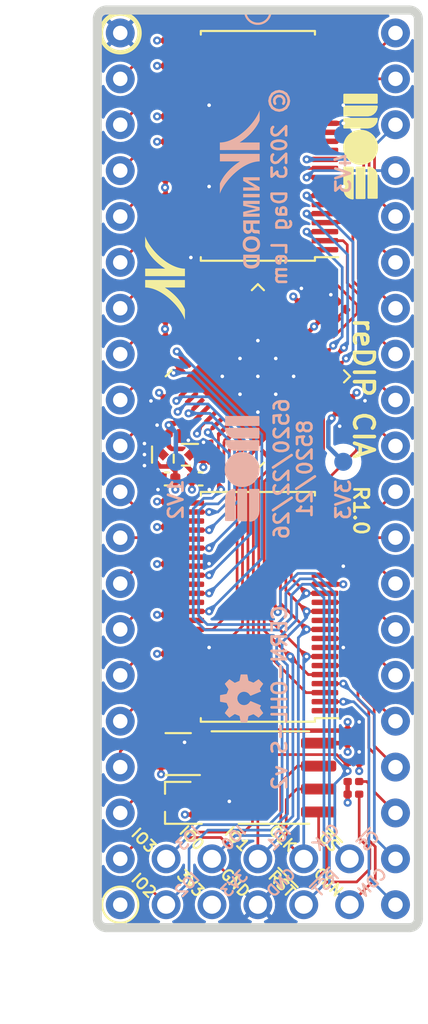
<source format=kicad_pcb>
(kicad_pcb (version 20240108) (generator "pcbnew") (generator_version "8.0")
  (title_block (title "reDIP CIA") (date "2023-11-06") (rev "1.0") (company "Nimrod") (comment 1 "© 2023 Dag Lem") (comment 2 "Licensed under CERN-OHL-S v2 (https://ohwr.org/cern_ohl_s_v2.txt)"))
  (layers (0 "F.Cu" signal) (1 "In1.Cu" power) (2 "In2.Cu" power) (31 "B.Cu" mixed) (34 "B.Paste" user) (35 "F.Paste" user) (36 "B.SilkS" user "B.Silkscreen") (37 "F.SilkS" user "F.Silkscreen") (38 "B.Mask" user) (39 "F.Mask" user) (44 "Edge.Cuts" user))
  (net 0 "")
  (net 1 "GND")
  (net 2 "+3V3")
  (net 3 "+1V2")
  (net 4 "/IO40")
  (net 5 "/IO39")
  (net 6 "/~{CRESET}")
  (net 7 "/CDONE")
  (net 8 "/IO38")
  (net 9 "/IO37")
  (net 10 "/IO5")
  (net 11 "/SPI_SIO3")
  (net 12 "/SPI_SIO2")
  (net 13 "/SPI_SIO0")
  (net 14 "/SPI_SIO1")
  (net 15 "/SPI_SCLK")
  (net 16 "/IO6")
  (net 17 "VCC")
  (net 18 "/IO33")
  (net 19 "VCBT")
  (net 20 "/IO32")
  (net 21 "/IO31")
  (net 22 "/IO30")
  (net 23 "/IO29")
  (net 24 "/IO28")
  (net 25 "/IO27")
  (net 26 "/IO26")
  (net 27 "/IO25")
  (net 28 "/IO24")
  (net 29 "/IO23")
  (net 30 "/IO22")
  (net 31 "/IO21")
  (net 32 "/IO2")
  (net 33 "/IO3")
  (net 34 "/IO4")
  (net 35 "/IO8")
  (net 36 "/IO9")
  (net 37 "/IO10")
  (net 38 "/IO11")
  (net 39 "/IO12")
  (net 40 "/IO13")
  (net 41 "/IO14")
  (net 42 "/IO15")
  (net 43 "/IO16")
  (net 44 "/IO17")
  (net 45 "/IO18")
  (net 46 "/IO19")
  (net 47 "/SPI_~{CS}")
  (net 48 "/SPI_CS")
  (net 49 "/ICE27")
  (net 50 "/ICE26")
  (net 51 "/ICE25")
  (net 52 "/ICE41_OD")
  (net 53 "/ICE40_OD")
  (net 54 "/ICE39_OD")
  (net 55 "/ICE28")
  (net 56 "/ICE31")
  (net 57 "/ICE32")
  (net 58 "/ICE34")
  (net 59 "/ICE35")
  (net 60 "/ICE36")
  (net 61 "/ICE37")
  (net 62 "/ICE38")
  (net 63 "/ICE42")
  (net 64 "/ICE43")
  (net 65 "/ICE44")
  (net 66 "/ICE45")
  (net 67 "/ICE46")
  (net 68 "/ICE13")
  (net 69 "/ICE20")
  (net 70 "/ICE21")
  (net 71 "/ICE23")
  (net 72 "/ICE6")
  (net 73 "/ICE4")
  (net 74 "/ICE3")
  (net 75 "/ICE2")
  (net 76 "/ICE48")
  (net 77 "/ICE47")
  (net 78 "/ICE9")
  (net 79 "/ICE10")
  (net 80 "/ICE11")
  (net 81 "/ICE12")
  (net 86 "Net-(U6D-VCCPLL)")
  (net 90 "/IO7")
  (net 91 "/IO36_OD")
  (net 92 "/IO35_OD")
  (net 93 "/IO34_OD")
  (footprint "Resistor_SMD:R_0201_0603Metric" (layer "F.Cu") (at 112.91 140.38)
    (property "Reference" "R19" (hide yes))
    (property "Value" "10k" (hide yes))
  )
  (footprint "Package_SO:TSSOP-48_6.1x12.5mm_P0.5mm" (layer "F.Cu") (at 107.62 131.77 180)
    (property "Reference" "U4" (hide yes))
    (property "Value" "SN74CBT16210CDGGR" (hide yes))
  )
  (footprint "Capacitor_SMD:C_0201_0603Metric" (layer "F.Cu") (at 111.75 115.58 135)
    (property "Reference" "C10" (hide yes))
    (property "Value" "0.1uF" (hide yes))
  )
  (footprint "Capacitor_SMD:C_0201_0603Metric" (layer "F.Cu") (at 102.26 120.48 -135)
    (property "Reference" "C12" (hide yes))
    (property "Value" "0.1uF" (hide yes))
  )
  (footprint "Capacitor_SMD:C_0201_0603Metric" (layer "F.Cu") (at 112.98 120.47 -45)
    (property "Reference" "C9" (hide yes))
    (property "Value" "0.1uF" (hide yes))
  )
  (footprint "Capacitor_SMD:C_0201_0603Metric" (layer "F.Cu") (at 103.69 121.91 -135)
    (property "Reference" "C8" (hide yes))
    (property "Value" "0.1uF" (hide yes))
  )
  (footprint "Package_DFN_QFN:QFN-48-1EP_7x7mm_P0.5mm_EP5.6x5.6mm" (layer "F.Cu") (at 107.62 119.01 45)
    (property "Reference" "U6" (hide yes))
    (property "Value" "ICE5LP1K-SG48" (hide yes))
  )
  (footprint "Resistor_SMD:R_0201_0603Metric" (layer "F.Cu") (at 111.25 116.08 -45)
    (property "Reference" "R18" (hide yes))
    (property "Value" "100" (hide yes))
  )
  (footprint "Capacitor_SMD:C_0201_0603Metric" (layer "F.Cu") (at 110.14 114.71 45)
    (property "Reference" "C6" (hide yes))
    (property "Value" "0.1uF" (hide yes))
  )
  (footprint "Capacitor_SMD:C_0201_0603Metric" (layer "F.Cu") (at 112.91 139.32)
    (property "Reference" "C5" (hide yes))
    (property "Value" "0.1uF" (hide yes))
  )
  (footprint "reDIP:Nimrod-N" (layer "F.Cu") (at 102.48 113.57 -90)
    (property "Reference" "REF**" (hide yes))
    (property "Value" "Nimrod N" (hide yes))
  )
  (footprint "Capacitor_SMD:C_0201_0603Metric" (layer "F.Cu") (at 112.26 121.2 -45)
    (property "Reference" "C7" (hide yes))
    (property "Value" "0.1uF" (hide yes))
  )
  (footprint "Capacitor_SMD:C_0201_0603Metric" (layer "F.Cu") (at 112.25 115.08 135)
    (property "Reference" "C11" (hide yes))
    (property "Value" "1uF" (hide yes))
  )
  (footprint "onsemi:CASE_711AJ_1.0x1.0mm_P0.65mm" (layer "F.Cu") (at 103.86 123.35 180)
    (property "Reference" "U2" (hide yes))
    (property "Value" "NCP115AMX330TCG" (hide yes))
  )
  (footprint "onsemi:CASE_711AJ_1.0x1.0mm_P0.65mm" (layer "F.Cu") (at 102.36 123.34 -90)
    (property "Reference" "U1" (hide yes))
    (property "Value" "NCP115AMX120TCG" (hide yes))
  )
  (footprint "Capacitor_SMD:C_0402_1005Metric" (layer "F.Cu") (at 102.57 124.69 180)
    (property "Reference" "C3" (hide yes))
    (property "Value" "1uF" (hide yes))
  )
  (footprint "Capacitor_SMD:C_0402_1005Metric" (layer "F.Cu") (at 104.45 124.69)
    (property "Reference" "C1" (hide yes))
    (property "Value" "1uF" (hide yes))
  )
  (footprint "Capacitor_SMD:C_0201_0603Metric" (layer "F.Cu") (at 105.01 123.35 90)
    (property "Reference" "C4" (hide yes))
    (property "Value" "1uF" (hide yes))
  )
  (footprint "Capacitor_SMD:C_0201_0603Metric" (layer "F.Cu") (at 102.36 122.19 180)
    (property "Reference" "C2" (hide yes))
    (property "Value" "1uF" (hide yes))
  )
  (footprint "Resistor_SMD:R_0201_0603Metric" (layer "F.Cu") (at 112.91 141.44)
    (property "Reference" "R21" (hide yes))
    (property "Value" "2.87k" (hide yes))
  )
  (footprint "Resistor_SMD:R_0201_0603Metric" (layer "F.Cu") (at 102.51 134.69 -90)
    (property "Reference" "R16" (hide yes))
    (property "Value" "4.7k" (hide yes))
  )
  (footprint "Package_SO:SOIC-8_3.9x4.9mm_P1.27mm" (layer "F.Cu") (at 108.51 141.22)
    (property "Reference" "U7" (hide yes))
    (property "Value" "AT25EU0011A-SSHN" (hide yes))
  )
  (footprint "Resistor_SMD:R_0201_0603Metric" (layer "F.Cu") (at 102.51 129.08 90)
    (property "Reference" "R12" (hide yes))
    (property "Value" "4.7k" (hide yes))
  )
  (footprint "reDIP:SOT-323_SC-70" (layer "F.Cu") (at 103.21 142.62 180)
    (property "Reference" "D1" (hide yes))
    (property "Value" "BAS16W" (hide yes))
  )
  (footprint "Package_SO:TSSOP-48_6.1x12.5mm_P0.5mm" (layer "F.Cu") (at 107.62 106.25 180)
    (property "Reference" "U3" (hide yes))
    (property "Value" "SN74CBT16210CDGGR" (hide yes))
  )
  (footprint "Resistor_SMD:R_0201_0603Metric" (layer "F.Cu") (at 102.51 126.26 -90)
    (property "Reference" "R10" (hide yes))
    (property "Value" "4.7k" (hide yes))
  )
  (footprint "Resistor_SMD:R_0201_0603Metric" (layer "F.Cu") (at 102.51 109.39 -90)
    (property "Reference" "R7" (hide yes))
    (property "Value" "4.7k" (hide yes))
  )
  (footprint "Resistor_SMD:R_0201_0603Metric" (layer "F.Cu") (at 102.51 106.34 -90)
    (property "Reference" "R5" (hide yes))
    (property "Value" "4.7k" (hide yes))
  )
  (footprint "Resistor_SMD:R_0201_0603Metric" (layer "F.Cu") (at 102.51 103.54 90)
    (property "Reference" "R3" (hide yes))
    (property "Value" "4.7k" (hide yes))
  )
  (footprint "Resistor_SMD:R_0201_0603Metric" (layer "F.Cu") (at 102.51 107.74 90)
    (property "Reference" "R6" (hide yes))
    (property "Value" "4.7k" (hide yes))
  )
  (footprint "Resistor_SMD:R_0201_0603Metric" (layer "F.Cu") (at 102.51 115.56 90)
    (property "Reference" "R8" (hide yes))
    (property "Value" "4.7k" (hide yes))
  )
  (footprint "Resistor_SMD:R_0201_0603Metric" (layer "F.Cu") (at 102.51 127.67 -90)
    (property "Reference" "R11" (hide yes))
    (property "Value" "4.7k" (hide yes))
  )
  (footprint "reDIP:PinHeader_2x05_P2.54mm_Vertical" (layer "F.Cu") (at 112.7 145.72 -90)
    (property "Reference" "J3" (hide yes))
    (property "Value" "Conn_02x05_Odd_Even" (hide yes))
  )
  (footprint "Resistor_SMD:R_0201_0603Metric" (layer "F.Cu") (at 102.51 117.22 -90)
    (property "Reference" "R9" (hide yes))
    (property "Value" "4.7k" (hide yes))
  )
  (footprint "reDIP:SOT-353_SC-70-5" (layer "F.Cu") (at 103.21 139.92 180)
    (property "Reference" "U5" (hide yes))
    (property "Value" "74AHCT1G14" (hide yes))
  )
  (footprint "reDIP:MOS-logo" (layer "F.Cu") (at 113.31 106.29 -90)
    (property "Reference" "REF**" (hide yes))
    (property "Value" "MOS logo" (hide yes))
  )
  (footprint "Resistor_SMD:R_0201_0603Metric" (layer "F.Cu") (at 102.51 104.94 -90)
    (property "Reference" "R4" (hide yes))
    (property "Value" "4.7k" (hide yes))
  )
  (footprint "Resistor_SMD:R_0201_0603Metric" (layer "F.Cu") (at 112.91 142.14 180)
    (property "Reference" "R20" (hide yes))
    (property "Value" "10k" (hide yes))
  )
  (footprint "Resistor_SMD:R_0201_0603Metric" (layer "F.Cu") (at 112.91 138.62)
    (property "Reference" "R17" (hide yes))
    (property "Value" "2.87k" (hide yes))
  )
  (footprint "Resistor_SMD:R_0201_0603Metric" (layer "F.Cu") (at 102.51 130.49 -90)
    (property "Reference" "R13" (hide yes))
    (property "Value" "4.7k" (hide yes))
  )
  (footprint "Resistor_SMD:R_0201_0603Metric" (layer "F.Cu") (at 102.51 102.14 -90)
    (property "Reference" "R2" (hide yes))
    (property "Value" "4.7k" (hide yes))
  )
  (footprint "Resistor_SMD:R_0201_0603Metric" (layer "F.Cu") (at 102.51 131.89 90)
    (property "Reference" "R14" (hide yes))
    (property "Value" "4.7k" (hide yes))
  )
  (footprint "Resistor_SMD:R_0201_0603Metric" (layer "F.Cu") (at 102.51 100.74 -90)
    (property "Reference" "R1" (hide yes))
    (property "Value" "4.7k" (hide yes))
  )
  (footprint "Resistor_SMD:R_0201_0603Metric" (layer "F.Cu") (at 102.51 133.29 90)
    (property "Reference" "R15" (hide yes))
    (property "Value" "4.7k" (hide yes))
  )
  (footprint "reDIP:PinHeader_1x20_P2.54mm_Vertical_Machined" (layer "B.Cu") (at 100 100 180)
    (property "Reference" "J1" (hide yes))
    (property "Value" "Conn_01x20" (hide yes))
  )
  (footprint "reDIP:OSHW-logo" (layer "B.Cu") (at 106.72 136.84 -90)
    (property "Reference" "REF**" (hide yes))
    (property "Value" "OSHW logo" (hide yes))
  )
  (footprint "reDIP:PinHeader_1x20_P2.54mm_Vertical_Machined" (layer "B.Cu") (at 115.24 100 180)
    (property "Reference" "J2" (hide yes))
    (property "Value" "Conn_01x20" (hide yes))
  )
  (footprint "reDIP:MOS-logo" (layer "B.Cu") (at 106.75 124.13 -90)
    (property "Reference" "REF**" (hide yes))
    (property "Value" "MOS logo" (hide yes))
  )
  (footprint "reDIP:TestPoint_Pad_D1.00mm" (layer "B.Cu") (at 103.08 123.74)
    (property "Reference" "TP1" (hide yes))
    (property "Value" "TestPoint" (hide yes))
  )
  (footprint "reDIP:SolderMask_D0.25mm" (layer "B.Cu") (at 106.63 118.02 180)
    (property "Reference" "SolderMask_D0.25mm" (hide yes))
    (property "Value" "SolderMask_D0.25mm" (hide yes))
  )
  (footprint "reDIP:SolderMask_D0.25mm" (layer "B.Cu") (at 107.62 120.99 180)
    (property "Reference" "SolderMask_D0.25mm" (hide yes))
    (property "Value" "SolderMask_D0.25mm" (hide yes))
  )
  (footprint "reDIP:SolderMask_D0.25mm" (layer "B.Cu") (at 106.63 120 180)
    (property "Reference" "SolderMask_D0.25mm" (hide yes))
    (property "Value" "SolderMask_D0.25mm" (hide yes))
  )
  (footprint "reDIP:SolderMask_D0.25mm" (layer "B.Cu") (at 105.65 119.01 180)
    (property "Reference" "SolderMask_D0.25mm" (hide yes))
    (property "Value" "SolderMask_D0.25mm" (hide yes))
  )
  (footprint "reDIP:SolderMask_D0.25mm" (layer "B.Cu") (at 107.62 119.01 180)
    (property "Reference" "SolderMask_D0.25mm" (hide yes))
    (property "Value" "SolderMask_D0.25mm" (hide yes))
  )
  (footprint "reDIP:SolderMask_D0.25mm" (layer "B.Cu") (at 107.62 117.03 180)
    (property "Reference" "SolderMask_D0.25mm" (hide yes))
    (property "Value" "SolderMask_D0.25mm" (hide yes))
  )
  (footprint "reDIP:Nimrod-logo" (layer "B.Cu") (at 106.63 108.66 -90)
    (property "Reference" "REF**" (hide yes))
    (property "Value" "Nimrod logo" (hide yes))
  )
  (footprint "reDIP:TestPoint_Pad_D1.00mm" (layer "B.Cu") (at 112.35 123.74 180)
    (property "Reference" "TP2" (hide yes))
    (property "Value" "TestPoint" (hide yes))
  )
  (footprint "reDIP:SolderMask_D0.25mm" (layer "B.Cu") (at 108.61 120 180)
    (property "Reference" "SolderMask_D0.25mm" (hide yes))
    (property "Value" "SolderMask_D0.25mm" (hide yes))
  )
  (footprint "reDIP:SolderMask_D0.25mm" (layer "B.Cu") (at 108.61 118.02 180)
    (property "Reference" "SolderMask_D0.25mm" (hide yes))
    (property "Value" "SolderMask_D0.25mm" (hide yes))
  )
  (footprint "reDIP:SolderMask_D0.25mm" (layer "B.Cu") (at 109.6 119.01 180)
    (property "Reference" "SolderMask_D0.25mm" (hide yes))
    (property "Value" "SolderMask_D0.25mm" (hide yes))
  )
  (footprint "reDIP:TestPoint_Pad_D1.00mm" (layer "B.Cu") (at 112.35 105.62 180)
    (property "Reference" "TP3" (hide yes))
    (property "Value" "TestPoint" (hide yes))
  )
  (gr_line (start 113.97 98.8) (end 108.32 98.8) (stroke (width 0.12)) (layer "B.SilkS"))
  (gr_line (start 106.92 98.8) (end 101.27 98.8) (stroke (width 0.12)) (layer "B.SilkS"))
  (gr_arc (start 108.32 98.8) (mid 107.62 99.5) (end 106.92 98.8) (stroke (width 0.12)) (layer "B.SilkS"))
  (gr_line (start 106.92 98.8) (end 101.27 98.8) (stroke (width 0.12)) (layer "F.SilkS"))
  (gr_circle (center 100 148.26) (end 100.707107 147.552893) (stroke (width 0.12)) (fill none) (layer "F.SilkS"))
  (gr_circle (center 100 100) (end 101.07 100) (stroke (width 0.24)) (fill none) (layer "F.SilkS"))
  (gr_arc (start 108.32 98.8) (mid 107.62 99.5) (end 106.92 98.8) (stroke (width 0.12)) (layer "F.SilkS"))
  (gr_line (start 113.97 98.8) (end 108.32 98.8) (stroke (width 0.12)) (layer "F.SilkS"))
  (gr_line (start 98.73 99.23) (end 98.73 149.03) (stroke (width 0.5)) (layer "Edge.Cuts"))
  (gr_line (start 116.01 98.73) (end 99.23 98.73) (stroke (width 0.5)) (layer "Edge.Cuts"))
  (gr_line (start 116.51 149.03) (end 116.51 99.23) (stroke (width 0.5)) (layer "Edge.Cuts"))
  (gr_arc (start 116.51 149.03) (mid 116.363553 149.383553) (end 116.01 149.53) (stroke (width 0.5)) (layer "Edge.Cuts"))
  (gr_arc (start 99.23 149.53) (mid 98.876447 149.383553) (end 98.73 149.03) (stroke (width 0.5)) (layer "Edge.Cuts"))
  (gr_line (start 116.01 149.53) (end 99.23 149.53) (stroke (width 0.5)) (layer "Edge.Cuts"))
  (gr_arc (start 116.01 98.73) (mid 116.363553 98.876447) (end 116.51 99.23) (stroke (width 0.5)) (layer "Edge.Cuts"))
  (gr_arc (start 98.73 99.23) (mid 98.876447 98.876447) (end 99.23 98.73) (stroke (width 0.5)) (layer "Edge.Cuts"))
  (gr_text "© 2023 Dag Lem" (at 108.82 108.52 90) (layer "B.SilkS") (effects (font (size 0.8 0.8)) (justify mirror)))
  (gr_text "1V2" (at 103.08 125.83 90) (layer "B.SilkS") (effects (font (size 0.8 0.8) (thickness 0.15) (bold yes)) (justify mirror)))
  (gr_text "CERN-OHL-S v2" (at 108.82 136.8 90) (layer "B.SilkS") (effects (font (size 0.8 0.8) (thickness 0.15) (bold yes)) (justify mirror)))
  (gr_text "IO1" (at 108.78 144.57 45) (layer "B.SilkS") (effects (font (size 0.6 0.6) (thickness 0.12)) (justify mirror)))
  (gr_text "~{RST}" (at 111.38 147.08 45) (layer "B.SilkS") (effects (font (size 0.6 0.6) (thickness 0.12)) (justify mirror)))
  (gr_text "CDN" (at 113.96 147.03 45) (layer "B.SilkS") (effects (font (size 0.6 0.6) (thickness 0.12)) (justify mirror)))
  (gr_text "GND" (at 108.91 147.04 45) (layer "B.SilkS") (effects (font (size 0.6 0.6) (thickness 0.12)) (justify mirror)))
  (gr_text "3V3" (at 106.32 147.1 45) (layer "B.SilkS") (effects (font (size 0.6 0.6) (thickness 0.12)) (justify mirror)))
  (gr_text "~{CS}" (at 113.8 144.73 45) (layer "B.SilkS") (effects (font (size 0.6 0.6) (thickness 0.12)) (justify mirror)))
  (gr_text "CLK" (at 111.38 144.53 45) (layer "B.SilkS") (effects (font (size 0.6 0.6) (thickness 0.12)) (justify mirror)))
  (gr_text "IO0" (at 106.29 144.57 45) (layer "B.SilkS") (effects (font (size 0.6 0.6) (thickness 0.12)) (justify mirror)))
  (gr_text "IO2" (at 103.71 147.15 45) (layer "B.SilkS") (effects (font (size 0.6 0.6) (thickness 0.12)) (justify mirror)))
  (gr_text "IO3" (at 103.78 144.58 45) (layer "B.SilkS") (effects (font (size 0.6 0.6) (thickness 0.12)) (justify mirror)))
  (gr_text "3V3" (at 112.35 125.84 90) (layer "B.SilkS") (effects (font (size 0.8 0.8) (thickness 0.15) (bold yes)) (justify mirror)))
  (gr_text "4V3" (at 112.35 107.77 90) (layer "B.SilkS") (effects (font (size 0.8 0.8) (thickness 0.15) (bold yes)) (justify mirror)))
  (gr_text "6520/22/26\n8520/21" (at 109.58 124.13 90) (layer "B.SilkS") (effects (font (size 0.8 0.8) (thickness 0.15) (bold yes)) (justify mirror)))
  (gr_text "reDIP CIA" (at 113.47 119.67 270) (layer "F.SilkS") (effects (font (size 1.1 1.1) (thickness 0.2))))
  (gr_text "3V3" (at 103.89 147.08 -45) (layer "F.SilkS") (effects (font (size 0.6 0.6) (thickness 0.12))))
  (gr_text "IO2" (at 101.3 147.2 315) (layer "F.SilkS") (effects (font (size 0.6 0.6) (thickness 0.12))))
  (gr_text "CDN" (at 111.52 147.01 -45) (layer "F.SilkS") (effects (font (size 0.6 0.6) (thickness 0.12))))
  (gr_text "IO1" (at 106.46 144.62 -45) (layer "F.SilkS") (effects (font (size 0.6 0.6) (thickness 0.12))))
  (gr_text "GND" (at 106.36 147.05 -45) (layer "F.SilkS") (effects (font (size 0.6 0.6) (thickness 0.12))))
  (gr_text "CLK" (at 108.98 144.58 -45) (layer "F.SilkS") (effects (font (size 0.6 0.6) (thickness 0.12))))
  (gr_text "R1.0" (at 113.33 126.43 270) (layer "F.SilkS") (effects (font (size 0.8 0.8) (thickness 0.15) (bold yes))))
  (gr_text "~{CS}" (at 111.56 144.77 -45) (layer "F.SilkS") (effects (font (size 0.6 0.6) (thickness 0.12))))
  (gr_text "IO0" (at 103.96 144.57 -45) (layer "F.SilkS") (effects (font (size 0.6 0.6) (thickness 0.12))))
  (gr_text "IO3" (at 101.3 144.7 315) (layer "F.SilkS") (effects (font (size 0.6 0.6) (thickness 0.12))))
  (gr_text "~{RST}" (at 108.94 147.1 -45) (layer "F.SilkS") (effects (font (size 0.6 0.6) (thickness 0.12))))
  (segment (start 102.035 122.865) (end 102.035 123.015) (width 0.25) (layer "F.Cu") (net 1))
  (segment (start 104.78 129.52) (end 104.92 129.38) (width 0.25) (layer "F.Cu") (net 1))
  (segment (start 113.23 139.8) (end 113.23 139.32) (width 0.25) (layer "F.Cu") (net 1))
  (segment (start 102.035 122.195) (end 102.04 122.19) (width 0.25) (layer "F.Cu") (net 1))
  (segment (start 104.185 123.025) (end 103.86 123.35) (width 0.25) (layer "F.Cu") (net 1))
  (segment (start 105.005 123.025) (end 105.01 123.03) (width 0.25) (layer "F.Cu") (net 1))
  (segment (start 103.9075 134.02) (end 104.92 134.02) (width 0.25) (layer "F.Cu") (net 1))
  (segment (start 104.61 122.66) (end 104.61 123.025) (width 0.25) (layer "F.Cu") (net 1))
  (segment (start 103.77 122.55) (end 103.77 122.442548) (width 0.25) (layer "F.Cu") (net 1))
  (segment (start 110.366274 114.483726) (end 110.366274 114.476274) (width 0.25) (layer "F.Cu") (net 1))
  (segment (start 106.04 142.54) (end 106.04 143.12) (width 0.25) (layer "F.Cu") (net 1))
  (segment (start 102.04 121.71) (end 102.04 122.19) (width 0.25) (layer "F.Cu") (net 1))
  (segment (start 101.7 120.37) (end 101.7 120.372548) (width 0.25) (layer "F.Cu") (net 1))
  (segment (start 112.15 121.77) (end 112.15 121.762548) (width 0.25) (layer "F.Cu") (net 1))
  (segment (start 103.91 112.43) (end 103.91 112.0025) (width 0.15) (layer "F.Cu") (net 1))
  (segment (start 104.93 124.69) (end 104.93 125.28) (width 0.25) (layer "F.Cu") (net 1))
  (segment (start 113.23 138.62) (end 113.23 138.14) (width 0.25) (layer "F.Cu") (net 1))
  (segment (start 111.3325 104) (end 112.35 104) (width 0.25) (layer "F.Cu") (net 1))
  (segment (start 106.04 143.12) (end 106.035 143.125) (width 0.2) (layer "F.Cu") (net 1))
  (segment (start 103.9075 108.5) (end 104.92 108.5) (width 0.25) (layer "F.Cu") (net 1))
  (segment (start 111.66 114.49) (end 112.023726 114.853726) (width 0.25) (layer "F.Cu") (net 1))
  (segment (start 113.55 120.36) (end 113.542548 120.36) (width 0.25) (layer "F.Cu") (net 1))
  (segment (start 110.366274 114.476274) (end 110.03 114.14) (width 0.25) (layer "F.Cu") (net 1))
  (segment (start 101.7 120.372548) (end 102.033726 120.706274) (width 0.25) (layer "F.Cu") (net 1))
  (segment (start 113.542548 120.36) (end 113.206274 120.696274) (width 0.25) (layer "F.Cu") (net 1))
  (segment (start 103.9075 112) (end 103.9075 111.5) (width 0.15) (layer "F.Cu") (net 1))
  (segment (start 112.35 108.5) (end 111.3325 108.5) (width 0.25) (layer "F.Cu") (net 1))
  (segment (start 111.523726 115.353726) (end 112.023726 114.853726) (width 0.2) (layer "F.Cu") (net 1))
  (segment (start 102.035 123.015) (end 102.36 123.34) (width 0.25) (layer "F.Cu") (net 1))
  (segment (start 103.91 112.0025) (end 103.9075 112) (width 0.15) (layer "F.Cu") (net 1))
  (segment (start 102.09 124.69) (end 102.09 125.28) (width 0.25) (layer "F.Cu") (net 1))
  (segment (start 112.35 134.02) (end 111.3325 134.02) (width 0.25) (layer "F.Cu") (net 1))
  (segment (start 103.9075 104) (end 104.92 104) (width 0.25) (layer "F.Cu") (net 1))
  (segment (start 112.35 129.52) (end 111.3325 129.52) (width 0.25) (layer "F.Cu") (net 1))
  (segment (start 112.15 121.762548) (end 112.486274 121.426274) (width 0.25) (layer "F.Cu") (net 1))
  (segment (start 102.035 122.865) (end 102.035 122.195) (width 0.25) (layer "F.Cu") (net 1))
  (segment (start 103.56 139.27) (end 104.16 139.27) (width 0.2) (layer "F.Cu") (net 1))
  (segment (start 103.77 122.442548) (end 103.463726 122.136274) (width 0.25) (layer "F.Cu") (net 1))
  (segment (start 103.9075 129.52) (end 104.78 129.52) (width 0.25) (layer "F.Cu") (net 1))
  (segment (start 104.335 123.025) (end 105.005 123.025) (width 0.25) (layer "F.Cu") (net 1))
  (via (at 107.62 119.01) (size 0.45) (drill 0.2) (layers "F.Cu" "B.Cu") (net 1))
  (via (at 106.63 118.02) (size 0.45) (drill 0.2) (layers "F.Cu" "B.Cu") (net 1))
  (via (at 107.62 117.03) (size 0.45) (drill 0.2) (layers "F.Cu" "B.Cu") (net 1))
  (via (at 105.65 119.01) (size 0.45) (drill 0.2) (layers "F.Cu" "B.Cu") (net 1))
  (via (at 108.61 118.02) (size 0.45) (drill 0.2) (layers "F.Cu" "B.Cu") (net 1))
  (via (at 109.6 119.01) (size 0.45) (drill 0.2) (layers "F.Cu" "B.Cu") (net 1))
  (via (at 106.63 120) (size 0.45) (drill 0.2) (layers "F.Cu" "B.Cu") (net 1))
  (via (at 104.92 134.02) (size 0.45) (drill 0.2) (layers "F.Cu" "B.Cu") (net 1))
  (via (at 104.92 129.38) (size 0.45) (drill 0.2) (layers "F.Cu" "B.Cu") (net 1))
  (via (at 113.23 139.8) (size 0.45) (drill 0.2) (layers "F.Cu" "B.Cu") (net 1))
  (via (at 112.35 129.52) (size 0.45) (drill 0.2) (layers "F.Cu" "B.Cu") (net 1))
  (via (at 101.7 120.37) (size 0.45) (drill 0.2) (layers "F.Cu" "B.Cu") (net 1))
  (via (at 113.23 138.14) (size 0.45) (drill 0.2) (layers "F.Cu" "B.Cu") (net 1))
  (via (at 104.61 122.66) (size 0.45) (drill 0.2) (layers "F.Cu" "B.Cu") (net 1))
  (via (at 112.15 121.77) (size 0.45) (drill 0.2) (layers "F.Cu" "B.Cu") (net 1))
  (via (at 103.77 122.55) (size 0.45) (drill 0.2) (layers "F.Cu" "B.Cu") (net 1))
  (via (at 111.66 114.49) (size 0.45) (drill 0.2) (layers "F.Cu" "B.Cu") (net 1))
  (via (at 112.35 108.5) (size 0.45) (drill 0.2) (layers "F.Cu" "B.Cu") (net 1))
  (via (at 107.62 120.99) (size 0.45) (drill 0.2) (layers "F.Cu" "B.Cu") (net 1))
  (via (at 104.92 108.5) (size 0.45) (drill 0.2) (layers "F.Cu" "B.Cu") (net 1))
  (via (at 104.92 104) (size 0.45) (drill 0.2) (layers "F.Cu" "B.Cu") (net 1))
  (via (at 103.91 112.43) (size 0.45) (drill 0.2) (layers "F.Cu" "B.Cu") (net 1))
  (via (at 108.61 120) (size 0.45) (drill 0.2) (layers "F.Cu" "B.Cu") (net 1))
  (via (at 101.34 123.34) (size 0.45) (drill 0.2) (layers "F.Cu" "B.Cu") (net 1))
  (via (at 106.04 142.54) (size 0.45) (drill 0.2) (layers "F.Cu" "B.Cu") (net 1))
  (via (at 104.93 125.28) (size 0.45) (drill 0.2) (layers "F.Cu" "B.Cu") (net 1))
  (via (at 102.09 125.28) (size 0.45) (drill 0.2) (layers "F.Cu" "B.Cu") (net 1))
  (via (at 113.55 120.36) (size 0.45) (drill 0.2) (layers "F.Cu" "B.Cu") (net 1))
  (via (at 112.35 104) (size 0.45) (drill 0.2) (layers "F.Cu" "B.Cu") (net 1))
  (via (at 112.35 134.02) (size 0.45) (drill 0.2) (layers "F.Cu" "B.Cu") (net 1))
  (via (at 110.03 114.14) (size 0.45) (drill 0.2) (layers "F.Cu" "B.Cu") (net 1))
  (via (at 102.04 121.71) (size 0.45) (drill 0.2) (layers "F.Cu" "B.Cu") (net 1))
  (via (at 101.34 123.95) (size 0.45) (drill 0.2) (layers "F.Cu" "B.Cu") (net 1))
  (via (at 103.56 139.27) (size 0.45) (drill 0.2) (layers "F.Cu" "B.Cu") (net 1))
  (via (at 101.34 122.73) (size 0.45) (drill 0.2) (layers "F.Cu" "B.Cu") (net 1))
  (segment (start 113.09 119.91) (end 113.087452 119.91) (width 0.25) (layer "F.Cu") (net 2))
  (segment (start 104.6 124.04) (end 104.6 123.675) (width 0.25) (layer "F.Cu") (net 2))
  (segment (start 109.913726 114.936274) (end 109.913726 114.948507) (width 0.25) (layer "F.Cu") (net 2))
  (segment (start 112.59 142.14) (end 112.59 141.44) (width 0.25) (layer "F.Cu") (net 2))
  (segment (start 112.59 142.61) (end 112.59 142.14) (width 0.25) (layer "F.Cu") (net 2))
  (segment (start 104.335 123.675) (end 105.005 123.675) (width 0.25) (layer "F.Cu") (net 2))
  (segment (start 102.152548 119.92) (end 102.486274 120.253726) (width 0.25) (layer "F.Cu") (net 2))
  (segment (start 112.033726 120.973726) (end 112.033726 120.948853) (width 0.25) (layer "F.Cu") (net 2))
  (segment (start 112.753726 120.243726) (end 112.742813 120.243726) (width 0.25) (layer "F.Cu") (net 2))
  (segment (start 105.005 123.675) (end 105.01 123.67) (width 0.25) (layer "F.Cu") (net 2))
  (segment (start 109.58 114.602548) (end 109.913726 114.936274) (width 0.25) (layer "F.Cu") (net 2))
  (segment (start 112.585 139.315) (end 112.59 139.32) (width 0.25) (layer "F.Cu") (net 2))
  (segment (start 109.913726 114.948507) (end 109.166796 115.695437) (width 0.25) (layer "F.Cu") (net 2))
  (segment (start 110.985 139.315) (end 112.585 139.315) (width 0.25) (layer "F.Cu") (net 2))
  (segment (start 111.71 121.33) (end 111.71 121.297452) (width 0.25) (layer "F.Cu") (net 2))
  (segment (start 112.742813 120.243726) (end 111.995223 119.496136) (width 0.25) (layer "F.Cu") (net 2))
  (segment (start 113.087452 119.91) (end 112.753726 120.243726) (width 0.25) (layer "F.Cu") (net 2))
  (segment (start 112.033726 120.948853) (end 111.288116 120.203243) (width 0.25) (layer "F.Cu") (net 2))
  (segment (start 109.58 114.59) (end 109.58 114.602548) (width 0.25) (layer "F.Cu") (net 2))
  (segment (start 102.487187 120.253726) (end 103.244777 119.496136) (width 0.25) (layer "F.Cu") (net 2))
  (segment (start 112.59 139.8) (end 112.59 139.32) (width 0.25) (layer "F.Cu") (net 2))
  (segment (start 113.23 140.86) (end 113.23 140.38) (width 0.25) (layer "F.Cu") (net 2))
  (segment (start 102.15 119.92) (end 102.152548 119.92) (width 0.25) (layer "F.Cu") (net 2))
  (segment (start 102.486274 120.253726) (end 102.487187 120.253726) (width 0.25) (layer "F.Cu") (net 2))
  (segment (start 111.71 121.297452) (end 112.033726 120.973726) (width 0.25) (layer "F.Cu") (net 2))
  (via (at 113.09 119.91) (size 0.45) (drill 0.2) (layers "F.Cu" "B.Cu") (net 2))
  (via (at 109.58 114.59) (size 0.45) (drill 0.2) (layers "F.Cu" "B.Cu") (net 2))
  (via (at 112.59 142.61) (size 0.45) (drill 0.2) (layers "F.Cu" "B.Cu") (net 2))
  (via (at 104.6 124.04) (size 0.45) (drill 0.2) (layers "F.Cu" "B.Cu") (net 2))
  (via (at 102.15 119.92) (size 0.45) (drill 0.2) (layers "F.Cu" "B.Cu") (net 2))
  (via (at 111.71 121.33) (size 0.45) (drill 0.2) (layers "F.Cu" "B.Cu") (net 2))
  (via (at 113.23 140.86) (size 0.45) (drill 0.2) (layers "F.Cu" "B.Cu") (net 2))
  (via (at 112.59 139.8) (size 0.45) (drill 0.2) (layers "F.Cu" "B.Cu") (net 2))
  (segment (start 111.52 121.52) (end 111.52 122.91) (width 0.25) (layer "B.Cu") (net 2))
  (segment (start 111.71 121.33) (end 111.52 121.52) (width 0.25) (layer "B.Cu") (net 2))
  (segment (start 111.52 122.91) (end 112.35 123.74) (width 0.25) (layer "B.Cu") (net 2))
  (segment (start 111.023726 115.853726) (end 111.023726 115.956274) (width 0.25) (layer "F.Cu") (net 3))
  (segment (start 102.845 123.025) (end 102.685 122.865) (width 0.25) (layer "F.Cu") (net 3))
  (segment (start 103.385 123.025) (end 102.845 123.025) (width 0.25) (layer "F.Cu") (net 3))
  (segment (start 111.023726 115.956274) (end 110.73 116.25) (width 0.25) (layer "F.Cu") (net 3))
  (segment (start 103.831187 121.598639) (end 103.916274 121.683726) (width 0.25) (layer "F.Cu") (net 3))
  (segment (start 102.685 122.195) (end 102.68 122.19) (width 0.25) (layer "F.Cu") (net 3))
  (segment (start 102.68 121.71) (end 102.791361 121.598639) (width 0.25) (layer "F.Cu") (net 3))
  (segment (start 102.685 122.865) (end 102.685 122.195) (width 0.25) (layer "F.Cu") (net 3))
  (segment (start 110.73 116.25) (end 110.73 116.253553) (width 0.25) (layer "F.Cu") (net 3))
  (segment (start 102.791361 121.598639) (end 103.831187 121.598639) (width 0.25) (layer "F.Cu") (net 3))
  (segment (start 110.73 116.253553) (end 110.227456 116.756097) (width 0.25) (layer "F.Cu") (net 3))
  (segment (start 103.916274 121.683726) (end 103.916274 121.653065) (width 0.25) (layer "F.Cu") (net 3))
  (segment (start 102.68 121.71) (end 102.68 122.19) (width 0.25) (layer "F.Cu") (net 3))
  (segment (start 103.916274 121.653065) (end 104.65899 120.910349) (width 0.25) (layer "F.Cu") (net 3))
  (via (at 110.73 116.25) (size 0.45) (drill 0.2) (layers "F.Cu" "B.Cu") (net 3))
  (via (at 102.68 121.71) (size 0.45) (drill 0.2) (layers "F.Cu" "B.Cu") (net 3))
  (segment (start 103.08 123.74) (end 103.08 122.11) (width 0.25) (layer "B.Cu") (net 3))
  (segment (start 103.08 122.11) (end 102.68 121.71) (width 0.25) (layer "B.Cu") (net 3))
  (segment (start 114.24 101) (end 115.24 100) (width 0.15) (layer "F.Cu") (net 4))
  (segment (start 111.3325 101) (end 114.24 101) (width 0.15) (layer "F.Cu") (net 4))
  (segment (start 112.92 102.54) (end 115.24 102.54) (width 0.15) (layer "F.Cu") (net 5))
  (segment (start 112.38 102) (end 112.92 102.54) (width 0.15) (layer "F.Cu") (net 5))
  (segment (start 111.3325 102) (end 112.38 102) (width 0.15) (layer "F.Cu") (net 5))
  (segment (start 113.23 142.14) (end 113.23 144.58) (width 0.15) (layer "F.Cu") (net 6))
  (segment (start 105.435 125.135) (end 105.58 125.28) (width 0.15) (layer "F.Cu") (net 6))
  (segment (start 111.42 147) (end 110.16 148.26) (width 0.15) (layer "F.Cu") (net 6))
  (segment (start 113.82 145.17) (end 113.82 146.27) (width 0.15) (layer "F.Cu") (net 6))
  (segment (start 113.82 146.27) (end 113.09 147) (width 0.15) (layer "F.Cu") (net 6))
  (segment (start 105.719651 121.97101) (end 105.435 122.255661) (width 0.15) (layer "F.Cu") (net 6))
  (segment (start 113.09 147) (end 111.42 147) (width 0.15) (layer "F.Cu") (net 6))
  (segment (start 113.23 144.58) (end 113.82 145.17) (width 0.15) (layer "F.Cu") (net 6))
  (segment (start 105.435 122.255661) (end 105.435 125.135) (width 0.15) (layer "F.Cu") (net 6))
  (via (at 105.58 125.28) (size 0.45) (drill 0.2) (layers "F.Cu" "B.Cu") (net 6))
  (segment (start 105.576397 125.28) (end 105.58 125.28) (width 0.15) (layer "B.Cu") (net 6))
  (segment (start 108.790661 133.05) (end 104.695736 133.05) (width 0.15) (layer "B.Cu") (net 6))
  (segment (start 105.096397 125.76) (end 105.576397 125.28) (width 0.15) (layer "B.Cu") (net 6))
  (segment (start 111.28 147.14) (end 111.28 131.26) (width 0.15) (layer "B.Cu") (net 6))
  (segment (start 109.47 132.370661) (end 108.790661 133.05) (width 0.15) (layer "B.Cu") (net 6))
  (segment (start 104.04 132.394264) (end 104.04 126.339339) (width 0.15) (layer "B.Cu") (net 6))
  (segment (start 104.619339 125.76) (end 105.096397 125.76) (width 0.15) (layer "B.Cu") (net 6))
  (segment (start 110.16 148.26) (end 111.28 147.14) (width 0.15) (layer "B.Cu") (net 6))
  (segment (start 111.28 131.26) (end 110.54 130.52) (width 0.15) (layer "B.Cu") (net 6))
  (segment (start 104.695736 133.05) (end 104.04 132.394264) (width 0.15) (layer "B.Cu") (net 6))
  (segment (start 110.54 130.52) (end 110.08 130.52) (width 0.15) (layer "B.Cu") (net 6))
  (segment (start 109.47 131.13) (end 109.47 132.370661) (width 0.15) (layer "B.Cu") (net 6))
  (segment (start 104.04 126.339339) (end 104.619339 125.76) (width 0.15) (layer "B.Cu") (net 6))
  (segment (start 110.08 130.52) (end 109.47 131.13) (width 0.15) (layer "B.Cu") (net 6))
  (segment (start 104.873553 122.11) (end 105.366097 121.617456) (width 0.15) (layer "F.Cu") (net 7))
  (segment (start 114.12 145.045736) (end 113.75 144.675736) (width 0.15) (layer "F.Cu") (net 7))
  (segment (start 113.75 144.675736) (end 113.75 141.55) (width 0.15) (layer "F.Cu") (net 7))
  (segment (start 104.85 122.11) (end 104.873553 122.11) (width 0.15) (layer "F.Cu") (net 7))
  (segment (start 113.64 141.44) (end 113.23 141.44) (width 0.15) (layer "F.Cu") (net 7))
  (segment (start 113.75 141.55) (end 113.64 141.44) (width 0.15) (layer "F.Cu") (net 7))
  (segment (start 112.7 148.26) (end 114.12 146.84) (width 0.15) (layer "F.Cu") (net 7))
  (segment (start 114.12 146.84) (end 114.12 145.045736) (width 0.15) (layer "F.Cu") (net 7))
  (via (at 104.85 122.11) (size 0.45) (drill 0.2) (layers "F.Cu" "B.Cu") (net 7))
  (segment (start 109.955736 130.22) (end 109.17 131.005736) (width 0.15) (layer "B.Cu") (net 7))
  (segment (start 106.03 125.466397) (end 106.03 123.29) (width 0.15) (layer "B.Cu") (net 7))
  (segment (start 110.664264 130.22) (end 109.955736 130.22) (width 0.15) (layer "B.Cu") (net 7))
  (segment (start 112.7 148.26) (end 111.58 147.14) (width 0.15) (layer "B.Cu") (net 7))
  (segment (start 111.58 131.135736) (end 110.664264 130.22) (width 0.15) (layer "B.Cu") (net 7))
  (segment (start 109.17 132.246397) (end 108.666397 132.75) (width 0.15) (layer "B.Cu") (net 7))
  (segment (start 111.58 147.14) (end 111.58 131.135736) (width 0.15) (layer "B.Cu") (net 7))
  (segment (start 104.34 126.463603) (end 104.733603 126.07) (width 0.15) (layer "B.Cu") (net 7))
  (segment (start 108.666397 132.75) (end 104.82 132.75) (width 0.15) (layer "B.Cu") (net 7))
  (segment (start 105.426397 126.07) (end 106.03 125.466397) (width 0.15) (layer "B.Cu") (net 7))
  (segment (start 104.34 132.27) (end 104.34 126.463603) (width 0.15) (layer "B.Cu") (net 7))
  (segment (start 104.82 132.75) (end 104.34 132.27) (width 0.15) (layer "B.Cu") (net 7))
  (segment (start 106.03 123.29) (end 104.85 122.11) (width 0.15) (layer "B.Cu") (net 7))
  (segment (start 104.733603 126.07) (end 105.426397 126.07) (width 0.15) (layer "B.Cu") (net 7))
  (segment (start 109.17 131.005736) (end 109.17 132.246397) (width 0.15) (layer "B.Cu") (net 7))
  (segment (start 110.32 107) (end 111.3325 107) (width 0.15) (layer "F.Cu") (net 8))
  (via (at 110.32 107) (size 0.45) (drill 0.2) (layers "F.Cu" "B.Cu") (net 8))
  (segment (start 113.32 107) (end 115.24 105.08) (width 0.15) (layer "B.Cu") (net 8))
  (segment (start 110.32 107) (end 113.32 107) (width 0.15) (layer "B.Cu") (net 8))
  (segment (start 110.32 108) (end 111.3325 108) (width 0.15) (layer "F.Cu") (net 9))
  (via (at 110.32 108) (size 0.45) (drill 0.2) (layers "F.Cu" "B.Cu") (net 9))
  (segment (start 110.7 107.62) (end 115.24 107.62) (width 0.15) (layer "B.Cu") (net 9))
  (segment (start 110.32 108) (end 110.7 107.62) (width 0.15) (layer "B.Cu") (net 9))
  (segment (start 102.51 105.26) (end 102.12 105.26) (width 0.15) (layer "F.Cu") (net 10))
  (segment (start 101.18 108.98) (end 100 110.16) (width 0.15) (layer "F.Cu") (net 10))
  (segment (start 103.17 105) (end 102.91 105.26) (width 0.15) (layer "F.Cu") (net 10))
  (segment (start 103.9075 105) (end 103.17 105) (width 0.15) (layer "F.Cu") (net 10))
  (segment (start 102.91 105.26) (end 102.51 105.26) (width 0.15) (layer "F.Cu") (net 10))
  (segment (start 101.46 106.74) (end 101.18 107.02) (width 0.15) (layer "F.Cu") (net 10))
  (segment (start 102.12 105.26) (end 101.46 105.92) (width 0.15) (layer "F.Cu") (net 10))
  (segment (start 101.46 105.92) (end 101.46 106.74) (width 0.15) (layer "F.Cu") (net 10))
  (segment (start 101.18 107.02) (end 101.18 108.98) (width 0.15) (layer "F.Cu") (net 10))
  (segment (start 110.66 124.257944) (end 110.66 121.696447) (width 0.15) (layer "F.Cu") (net 11))
  (segment (start 110.66 121.696447) (end 110.227456 121.263903) (width 0.15) (layer "F.Cu") (net 11))
  (segment (start 103.72 144.54) (end 102.54 145.72) (width 0.15) (layer "F.Cu") (net 11))
  (segment (start 110.31 131.02) (end 109.47 130.18) (width 0.15) (layer "F.Cu") (net 11))
  (segment (start 108.3 146.85) (end 106.97 146.85) (width 0.15) (layer "F.Cu") (net 11))
  (segment (start 109.47 130.18) (end 109.47 125.447944) (width 0.15) (layer "F.Cu") (net 11))
  (segment (start 106.97 146.85) (end 106.35 146.23) (width 0.15) (layer "F.Cu") (net 11))
  (segment (start 106.35 145.32) (end 105.57 144.54) (width 0.15) (layer "F.Cu") (net 11))
  (segment (start 109.805 140.585) (end 108.89 141.5) (width 0.15) (layer "F.Cu") (net 11))
  (segment (start 108.89 141.5) (end 108.89 146.26) (width 0.15) (layer "F.Cu") (net 11))
  (segment (start 105.57 144.54) (end 103.72 144.54) (width 0.15) (layer "F.Cu") (net 11))
  (segment (start 106.35 146.23) (end 106.35 145.32) (width 0.15) (layer "F.Cu") (net 11))
  (segment (start 110.31 131.02) (end 111.3325 131.02) (width 0.15) (layer "F.Cu") (net 11))
  (segment (start 110.985 140.585) (end 109.805 140.585) (width 0.15) (layer "F.Cu") (net 11))
  (segment (start 108.89 146.26) (end 108.3 146.85) (width 0.15) (layer "F.Cu") (net 11))
  (segment (start 109.47 125.447944) (end 110.66 124.257944) (width 0.15) (layer "F.Cu") (net 11))
  (via (at 110.31 131.02) (size 0.45) (drill 0.2) (layers "F.Cu" "B.Cu") (net 11))
  (segment (start 108.66 133.604926) (end 109.77 132.494925) (width 0.15) (layer "B.Cu") (net 11))
  (segment (start 108.96 135.130661) (end 108.66 134.830661) (width 0.15) (layer "B.Cu") (net 11))
  (segment (start 109.77 132.494925) (end 109.77 131.56) (width 0.15) (layer "B.Cu") (net 11))
  (segment (start 102.54 145.72) (end 104.43 143.83) (width 0.15) (layer "B.Cu") (net 11))
  (segment (start 108.237208 143.83) (end 108.96 143.107208) (width 0.15) (layer "B.Cu") (net 11))
  (segment (start 104.43 143.83) (end 108.237208 143.83) (width 0.15) (layer "B.Cu") (net 11))
  (segment (start 108.96 143.107208) (end 108.96 135.130661) (width 0.15) (layer "B.Cu") (net 11))
  (segment (start 108.66 134.830661) (end 108.66 133.604926) (width 0.15) (layer "B.Cu") (net 11))
  (segment (start 109.77 131.56) (end 110.31 131.02) (width 0.15) (layer "B.Cu") (net 11))
  (segment (start 106.035 141.855) (end 107.195 141.855) (width 0.15) (layer "F.Cu") (net 12))
  (segment (start 106.85 144.24) (end 102.35 144.24) (width 0.15) (layer "F.Cu") (net 12))
  (segment (start 101.37 145.22) (end 101.37 147.09) (width 0.15) (layer "F.Cu") (net 12))
  (segment (start 110.32 132.02) (end 111.3325 132.02) (width 0.15) (layer "F.Cu") (net 12))
  (segment (start 110.31 122.053553) (end 110.31 124.18368) (width 0.15) (layer "F.Cu") (net 12))
  (segment (start 107.32 141.98) (end 107.32 143.77) (width 0.15) (layer "F.Cu") (net 12))
  (segment (start 107.32 143.77) (end 106.85 144.24) (width 0.15) (layer "F.Cu") (net 12))
  (segment (start 101.37 147.09) (end 102.54 148.26) (width 0.15) (layer "F.Cu") (net 12))
  (segment (start 109.873903 121.617456) (end 110.31 122.053553) (width 0.15) (layer "F.Cu") (net 12))
  (segment (start 107.195 141.855) (end 107.32 141.98) (width 0.15) (layer "F.Cu") (net 12))
  (segment (start 109.17 125.32368) (end 109.17 130.87) (width 0.15) (layer "F.Cu") (net 12))
  (segment (start 110.31 124.18368) (end 109.17 125.32368) (width 0.15) (layer "F.Cu") (net 12))
  (segment (start 102.35 144.24) (end 101.37 145.22) (width 0.15) (layer "F.Cu") (net 12))
  (segment (start 109.17 130.87) (end 110.32 132.02) (width 0.15) (layer "F.Cu") (net 12))
  (via (at 110.32 132.02) (size 0.45) (drill 0.2) (layers "F.Cu" "B.Cu") (net 12))
  (segment (start 108.96 134.706397) (end 109.26 135.006397) (width 0.15) (layer "B.Cu") (net 12))
  (segment (start 110.32 132.369189) (end 108.96 133.729189) (width 0.15) (layer "B.Cu") (net 12))
  (segment (start 109.26 135.006397) (end 109.26 143.231472) (width 0.15) (layer "B.Cu") (net 12))
  (segment (start 109.26 143.231472) (end 108.361472 144.13) (width 0.15) (layer "B.Cu") (net 12))
  (segment (start 110.32 132.02) (end 110.32 132.369189) (width 0.15) (layer "B.Cu") (net 12))
  (segment (start 103.81 145.17) (end 103.81 146.99) (width 0.15) (layer "B.Cu") (net 12))
  (segment (start 108.361472 144.13) (end 104.85 144.13) (width 0.15) (layer "B.Cu") (net 12))
  (segment (start 104.85 144.13) (end 103.81 145.17) (width 0.15) (layer "B.Cu") (net 12))
  (segment (start 103.81 146.99) (end 102.54 148.26) (width 0.15) (layer "B.Cu") (net 12))
  (segment (start 108.96 133.729189) (end 108.96 134.706397) (width 0.15) (layer "B.Cu") (net 12))
  (segment (start 110.41 135.52) (end 111.3325 135.52) (width 0.15) (layer "F.Cu") (net 13))
  (segment (start 107.97 133.08) (end 107.97 124.826624) (width 0.15) (layer "F.Cu") (net 13))
  (segment (start 106.51 147.15) (end 105.08 145.72) (width 0.15) (layer "F.Cu") (net 13))
  (segment (start 109.41 134.52) (end 110.41 135.52) (width 0.15) (layer "F.Cu") (net 13))
  (segment (start 110.985 143.125) (end 110.985 144.715) (width 0.15) (layer "F.Cu") (net 13))
  (segment (start 111.43 146.25) (end 110.53 147.15) (width 0.15) (layer "F.Cu") (net 13))
  (segment (start 107.97 124.826624) (end 108.9 123.896624) (width 0.15) (layer "F.Cu") (net 13))
  (segment (start 108.9 123.471981) (end 108.459689 123.03167) (width 0.15) (layer "F.Cu") (net 13))
  (segment (start 109.41 134.52) (end 107.97 133.08) (width 0.15) (layer "F.Cu") (net 13))
  (segment (start 110.985 144.715) (end 111.43 145.16) (width 0.15) (layer "F.Cu") (net 13))
  (segment (start 108.9 123.896624) (end 108.9 123.471981) (width 0.15) (layer "F.Cu") (net 13))
  (segment (start 110.53 147.15) (end 106.51 147.15) (width 0.15) (layer "F.Cu") (net 13))
  (segment (start 111.43 145.16) (end 111.43 146.25) (width 0.15) (layer "F.Cu") (net 13))
  (via (at 109.41 134.52) (size 0.45) (drill 0.2) (layers "F.Cu" "B.Cu") (net 13))
  (segment (start 108.485736 144.43) (end 109.56 143.355736) (width 0.15) (layer "B.Cu") (net 13))
  (segment (start 105.08 145.72) (end 106.37 144.43) (width 0.15) (layer "B.Cu") (net 13))
  (segment (start 109.56 143.355736) (end 109.56 134.67) (width 0.15) (layer "B.Cu") (net 13))
  (segment (start 109.56 134.67) (end 109.41 134.52) (width 0.15) (layer "B.Cu") (net 13))
  (segment (start 106.37 144.43) (end 108.485736 144.43) (width 0.15) (layer "B.Cu") (net 13))
  (segment (start 107.165 140.585) (end 106.035 140.585) (width 0.15) (layer "F.Cu") (net 14))
  (segment (start 110.32 133.02) (end 111.3325 133.02) (width 0.15) (layer "F.Cu") (net 14))
  (segment (start 109.520349 121.97101) (end 109.96 122.410661) (width 0.15) (layer "F.Cu") (net 14))
  (segment (start 107.62 141.04) (end 107.165 140.585) (width 0.15) (layer "F.Cu") (net 14))
  (segment (start 107.62 145.72) (end 107.62 141.04) (width 0.15) (layer "F.Cu") (net 14))
  (segment (start 108.87 125.199416) (end 108.87 131.57) (width 0.15) (layer "F.Cu") (net 14))
  (segment (start 109.96 124.109416) (end 108.87 125.199416) (width 0.15) (layer "F.Cu") (net 14))
  (segment (start 108.87 131.57) (end 110.32 133.02) (width 0.15) (layer "F.Cu") (net 14))
  (segment (start 109.96 122.410661) (end 109.96 124.109416) (width 0.15) (layer "F.Cu") (net 14))
  (via (at 110.32 133.02) (size 0.45) (drill 0.2) (layers "F.Cu" "B.Cu") (net 14))
  (segment (start 110.32 133.02) (end 109.86 133.48) (width 0.15) (layer "B.Cu") (net 14))
  (segment (start 109.86 133.48) (end 109.86 143.48) (width 0.15) (layer "B.Cu") (net 14))
  (segment (start 109.86 143.48) (end 107.62 145.72) (width 0.15) (layer "B.Cu") (net 14))
  (segment (start 109.25 123.970888) (end 108.27 124.950888) (width 0.15) (layer "F.Cu") (net 15))
  (segment (start 108.813243 122.678116) (end 109.25 123.114873) (width 0.15) (layer "F.Cu") (net 15))
  (segment (start 110.32 134.52) (end 111.3325 134.52) (width 0.15) (layer "F.Cu") (net 15))
  (segment (start 109.25 123.114873) (end 109.25 123.970888) (width 0.15) (layer "F.Cu") (net 15))
  (segment (start 108.27 132.47) (end 110.32 134.52) (width 0.15) (layer "F.Cu") (net 15))
  (segment (start 109.19 144.75) (end 110.16 145.72) (width 0.15) (layer "F.Cu") (net 15))
  (segment (start 109.19 142.44) (end 109.19 144.75) (width 0.15) (layer "F.Cu") (net 15))
  (segment (start 108.27 124.950888) (end 108.27 132.47) (width 0.15) (layer "F.Cu") (net 15))
  (segment (start 109.775 141.855) (end 109.19 142.44) (width 0.15) (layer "F.Cu") (net 15))
  (segment (start 110.985 141.855) (end 109.775 141.855) (width 0.15) (layer "F.Cu") (net 15))
  (via (at 110.32 134.52) (size 0.45) (drill 0.2) (layers "F.Cu" "B.Cu") (net 15))
  (segment (start 110.32 134.52) (end 110.16 134.68) (width 0.15) (layer "B.Cu") (net 15))
  (segment (start 110.16 134.68) (end 110.16 145.72) (width 0.15) (layer "B.Cu") (net 15))
  (segment (start 101.48 111.22) (end 100 112.7) (width 0.15) (layer "F.Cu") (net 16))
  (segment (start 102.12 106.66) (end 101.48 107.3) (width 0.15) (layer "F.Cu") (net 16))
  (segment (start 101.48 107.3) (end 101.48 111.22) (width 0.15) (layer "F.Cu") (net 16))
  (segment (start 102.585736 106.66) (end 102.51 106.66) (width 0.15) (layer "F.Cu") (net 16))
  (segment (start 103.245736 106) (end 102.585736 106.66) (width 0.15) (layer "F.Cu") (net 16))
  (segment (start 103.9075 106) (end 103.245736 106) (width 0.15) (layer "F.Cu") (net 16))
  (segment (start 102.51 106.66) (end 102.12 106.66) (width 0.15) (layer "F.Cu") (net 16))
  (segment (start 102.035 123.815) (end 102.22 124) (width 0.25) (layer "F.Cu") (net 17))
  (segment (start 102.51 129.4) (end 102.51 130.17) (width 0.25) (layer "F.Cu") (net 17))
  (segment (start 103.05 124.69) (end 103.05 124.26) (width 0.25) (layer "F.Cu") (net 17))
  (segment (start 102.51 108.06) (end 102.51 108.53) (width 0.25) (layer "F.Cu") (net 17))
  (segment (start 103.97 124.69) (end 103.97 125.28) (width 0.25) (layer "F.Cu") (net 17))
  (segment (start 103.05 124.69) (end 103.05 125.28) (width 0.25) (layer "F.Cu") (net 17))
  (segment (start 102.04 127.35) (end 102.51 127.35) (width 0.25) (layer "F.Cu") (net 17))
  (segment (start 102.26 141.04) (end 102.26 140.57) (width 0.25) (layer "F.Cu") (net 17))
  (segment (start 102.51 134.37) (end 102.51 133.61) (width 0.25) (layer "F.Cu") (net 17))
  (segment (start 102.51 109.07) (end 102.51 108.59) (width 0.25) (layer "F.Cu") (net 17))
  (segment (start 103.97 124.26) (end 103.385 123.675) (width 0.25) (layer "F.Cu") (net 17))
  (segment (start 102.51 108.59) (end 102.48 108.56) (width 0.25) (layer "F.Cu") (net 17))
  (segment (start 102.51 116.9) (end 102.51 116.42) (width 0.25) (layer "F.Cu") (net 17))
  (segment (start 103.97 124.69) (end 103.97 124.26) (width 0.25) (layer "F.Cu") (net 17))
  (segment (start 102.51 116.36) (end 102.48 116.39) (width 0.25) (layer "F.Cu") (net 17))
  (segment (start 102.04 132.21) (end 102.51 132.21) (width 0.25) (layer "F.Cu") (net 17))
  (segment (start 102.685 123.895) (end 102.79 124) (width 0.25) (layer "F.Cu") (net 17))
  (segment (start 102.51 100.42) (end 102.04 100.42) (width 0.25) (layer "F.Cu") (net 17))
  (segment (start 102.04 104.62) (end 102.51 104.62) (width 0.25) (layer "F.Cu") (net 17))
  (segment (start 102.04 134.37) (end 102.51 134.37) (width 0.25) (layer "F.Cu") (net 17))
  (segment (start 102.51 104.62) (end 102.51 103.86) (width 0.25) (layer "F.Cu") (net 17))
  (segment (start 102.22 124) (end 102.79 124) (width 0.25) (layer "F.Cu") (net 17))
  (segment (start 102.04 125.94) (end 102.51 125.94) (width 0.25) (layer "F.Cu") (net 17))
  (segment (start 102.51 115.88) (end 102.51 116.36) (width 0.25) (layer "F.Cu") (net 17))
  (segment (start 102.51 101.82) (end 102.04 101.82) (width 0.25) (layer "F.Cu") (net 17))
  (segment (start 102.51 116.42) (end 102.48 116.39) (width 0.25) (layer "F.Cu") (net 17))
  (segment (start 102.51 106.02) (end 102.04 106.02) (width 0.25) (layer "F.Cu") (net 17))
  (segment (start 102.04 129.4) (end 102.51 129.4) (width 0.25) (layer "F.Cu") (net 17))
  (segment (start 103.05 124.26) (end 102.685 123.895) (width 0.25) (layer "F.Cu") (net 17))
  (segment (start 102.685 123.815) (end 102.685 123.895) (width 0.25) (layer "F.Cu") (net 17))
  (segment (start 102.559622 103.86) (end 102.51 103.86) (width 0.15) (layer "F.Cu") (net 17))
  (segment (start 102.51 108.53) (end 102.48 108.56) (width 0.25) (layer "F.Cu") (net 17))
  (segment (start 103.58 143.27) (end 104.21 143.27) (width 0.25) (layer "F.Cu") (net 17))
  (via (at 102.26 141.04) (size 0.45) (drill 0.2) (layers "F.Cu" "B.Cu") (net 17))
  (via (at 102.04 127.35) (size 0.45) (drill 0.2) (layers "F.Cu" "B.Cu") (net 17))
  (via (at 102.04 100.42) (size 0.45) (drill 0.2) (layers "F.Cu" "B.Cu") (net 17))
  (via (at 102.04 132.21) (size 0.45) (drill 0.2) (layers "F.Cu" "B.Cu") (net 17))
  (via (at 103.05 125.28) (size 0.45) (drill 0.2) (layers "F.Cu" "B.Cu") (net 17))
  (via (at 103.97 125.28) (size 0.45) (drill 0.2) (layers "F.Cu" "B.Cu") (net 17))
  (via (at 102.48 108.56) (size 0.45) (drill 0.2) (layers "F.Cu" "B.Cu") (net 17))
  (via (at 102.04 125.94) (size 0.45) (drill 0.2) (layers "F.Cu" "B.Cu") (net 17))
  (via (at 102.04 104.62) (size 0.45) (drill 0.2) (layers "F.Cu" "B.Cu") (net 17))
  (via (at 102.04 134.37) (size 0.45) (drill 0.2) (layers "F.Cu" "B.Cu") (net 17))
  (via (at 103.58 143.27) (size 0.45) (drill 0.2) (layers "F.Cu" "B.Cu") (net 17))
  (via (at 102.04 101.82) (size 0.45) (drill 0.2) (layers "F.Cu" "B.Cu") (net 17))
  (via (at 102.48 116.39) (size 0.45) (drill 0.2) (layers "F.Cu" "B.Cu") (net 17))
  (via (at 102.04 129.4) (size 0.45) (drill 0.2) (layers "F.Cu" "B.Cu") (net 17))
  (via (at 102.04 106.02) (size 0.45) (drill 0.2) (layers "F.Cu" "B.Cu") (net 17))
  (segment (start 114.07 114.494264) (end 113.18 113.604264) (width 0.15) (layer "F.Cu") (net 18))
  (segment (start 115.24 117.78) (end 114.07 116.61) (width 0.15) (layer "F.Cu") (net 18))
  (segment (start 112.44 109.5) (end 111.3325 109.5) (width 0.15) (layer "F.Cu") (net 18))
  (segment (start 113.18 110.24) (end 112.44 109.5) (width 0.15) (layer "F.Cu") (net 18))
  (segment (start 113.18 113.604264) (end 113.18 110.24) (width 0.15) (layer "F.Cu") (net 18))
  (segment (start 114.07 116.61) (end 114.07 114.494264) (width 0.15) (layer "F.Cu") (net 18))
  (segment (start 102.76 142.62) (end 103.04 142.34) (width 0.25) (layer "F.Cu") (net 19))
  (segment (start 112.59 138.62) (end 112.59 138.14) (width 0.25) (layer "F.Cu") (net 19))
  (segment (start 103.04 142.34) (end 103.04 138.88) (width 0.25) (layer "F.Cu") (net 19))
  (segment (start 103.04 138.88) (end 103.3 138.62) (width 0.25) (layer "F.Cu") (net 19))
  (segment (start 111.3325 105) (end 112.35 105) (width 0.25) (layer "F.Cu") (net 19))
  (segment (start 112.35 130.52) (end 111.3325 130.52) (width 0.25) (layer "F.Cu") (net 19))
  (segment (start 103.3 138.62) (end 112.59 138.62) (width 0.25) (layer "F.Cu") (net 19))
  (segment (start 102.21 142.62) (end 102.76 142.62) (width 0.25) (layer "F.Cu") (net 19))
  (via (at 112.59 138.14) (size 0.45) (drill 0.2) (layers "F.Cu" "B.Cu") (net 19))
  (via (at 112.35 105) (size 0.45) (drill 0.2) (layers "F.Cu" "B.Cu") (net 19))
  (via (at 112.35 130.52) (size 0.45) (drill 0.2) (layers "F.Cu" "B.Cu") (net 19))
  (segment (start 112.35 105) (end 112.35 105.62) (width 0.25) (layer "B.Cu") (net 19))
  (segment (start 113.77 118.85) (end 113.77 114.618528) (width 0.15) (layer "F.Cu") (net 20))
  (segment (start 115.24 120.32) (end 113.77 118.85) (width 0.15) (layer "F.Cu") (net 20))
  (segment (start 113.77 114.618528) (end 112.88 113.728528) (width 0.15) (layer "F.Cu") (net 20))
  (segment (start 112.43 110.5) (end 111.3325 110.5) (width 0.15) (layer "F.Cu") (net 20))
  (segment (start 112.88 110.95) (end 112.43 110.5) (width 0.15) (layer "F.Cu") (net 20))
  (segment (start 112.88 113.728528) (end 112.88 110.95) (width 0.15) (layer "F.Cu") (net 20))
  (segment (start 114.06 121.68) (end 114.06 119.564264) (width 0.15) (layer "F.Cu") (net 21))
  (segment (start 112.57 111.73) (end 112.34 111.5) (width 0.15) (layer "F.Cu") (net 21))
  (segment (start 115.24 122.86) (end 114.06 121.68) (width 0.15) (layer "F.Cu") (net 21))
  (segment (start 114.06 119.564264) (end 113.47 118.974264) (width 0.15) (layer "F.Cu") (net 21))
  (segment (start 113.47 118.974264) (end 113.47 114.742792) (width 0.15) (layer "F.Cu") (net 21))
  (segment (start 112.57 113.842792) (end 112.57 111.73) (width 0.15) (layer "F.Cu") (net 21))
  (segment (start 113.47 114.742792) (end 112.57 113.842792) (width 0.15) (layer "F.Cu") (net 21))
  (segment (start 112.34 111.5) (end 111.3325 111.5) (width 0.15) (layer "F.Cu") (net 21))
  (segment (start 111.3325 126.52) (end 114.12 126.52) (width 0.15) (layer "F.Cu") (net 22))
  (segment (start 114.12 126.52) (end 115.24 125.4) (width 0.15) (layer "F.Cu") (net 22))
  (segment (start 112.98 127.94) (end 115.24 127.94) (width 0.15) (layer "F.Cu") (net 23))
  (segment (start 111.3325 127.52) (end 112.56 127.52) (width 0.15) (layer "F.Cu") (net 23))
  (segment (start 112.56 127.52) (end 112.98 127.94) (width 0.15) (layer "F.Cu") (net 23))
  (segment (start 113.28 128.52) (end 115.24 130.48) (width 0.15) (layer "F.Cu") (net 24))
  (segment (start 111.3325 128.52) (end 113.28 128.52) (width 0.15) (layer "F.Cu") (net 24))
  (segment (start 112.92 130.28) (end 112.92 130.7) (width 0.15) (layer "F.Cu") (net 25))
  (segment (start 111.3325 130.02) (end 112.66 130.02) (width 0.15) (layer "F.Cu") (net 25))
  (segment (start 112.66 130.02) (end 112.92 130.28) (width 0.15) (layer "F.Cu") (net 25))
  (segment (start 112.92 130.7) (end 115.24 133.02) (width 0.15) (layer "F.Cu") (net 25))
  (segment (start 112.49 131.52) (end 114.06 133.09) (width 0.15) (layer "F.Cu") (net 26))
  (segment (start 114.06 133.09) (end 114.06 134.38) (width 0.15) (layer "F.Cu") (net 26))
  (segment (start 111.3325 131.52) (end 112.49 131.52) (width 0.15) (layer "F.Cu") (net 26))
  (segment (start 114.06 134.38) (end 115.24 135.56) (width 0.15) (layer "F.Cu") (net 26))
  (segment (start 113.76 133.83) (end 113.76 136.62) (width 0.15) (layer "F.Cu") (net 27))
  (segment (start 113.76 136.62) (end 115.24 138.1) (width 0.15) (layer "F.Cu") (net 27))
  (segment (start 111.3325 132.52) (end 112.45 132.52) (width 0.15) (layer "F.Cu") (net 27))
  (segment (start 112.45 132.52) (end 113.76 133.83) (width 0.15) (layer "F.Cu") (net 27))
  (segment (start 114.06 137.344264) (end 114.06 139.46) (width 0.15) (layer "F.Cu") (net 28))
  (segment (start 114.06 139.46) (end 115.24 140.64) (width 0.15) (layer "F.Cu") (net 28))
  (segment (start 112.49 133.52) (end 113.46 134.49) (width 0.15) (layer "F.Cu") (net 28))
  (segment (start 111.3325 133.52) (end 112.49 133.52) (width 0.15) (layer "F.Cu") (net 28))
  (segment (start 113.46 136.744264) (end 114.06 137.344264) (width 0.15) (layer "F.Cu") (net 28))
  (segment (start 113.46 134.49) (end 113.46 136.744264) (width 0.15) (layer "F.Cu") (net 28))
  (segment (start 111.3325 135.02) (end 112.49 135.02) (width 0.15) (layer "F.Cu") (net 29))
  (segment (start 113.76 139.584264) (end 114.07 139.894264) (width 0.15) (layer "F.Cu") (net 29))
  (segment (start 113.16 136.868528) (end 113.76 137.468528) (width 0.15) (layer "F.Cu") (net 29))
  (segment (start 114.07 142.01) (end 115.24 143.18) (width 0.15) (layer "F.Cu") (net 29))
  (segment (start 112.49 135.02) (end 113.16 135.69) (width 0.15) (layer "F.Cu") (net 29))
  (segment (start 114.07 139.894264) (end 114.07 142.01) (width 0.15) (layer "F.Cu") (net 29))
  (segment (start 113.16 135.69) (end 113.16 136.868528) (width 0.15) (layer "F.Cu") (net 29))
  (segment (start 113.76 137.468528) (end 113.76 139.584264) (width 0.15) (layer "F.Cu") (net 29))
  (segment (start 112.35 136.02) (end 111.3325 136.02) (width 0.15) (layer "F.Cu") (net 30))
  (via (at 112.35 136.02) (size 0.45) (drill 0.2) (layers "F.Cu" "B.Cu") (net 30))
  (segment (start 114.07 144.55) (end 115.24 145.72) (width 0.15) (layer "B.Cu") (net 30))
  (segment (start 112.35 136.02) (end 114.07 137.74) (width 0.15) (layer "B.Cu") (net 30))
  (segment (start 114.07 137.74) (end 114.07 144.55) (width 0.15) (layer "B.Cu") (net 30))
  (segment (start 112.35 137.02) (end 111.3325 137.02) (width 0.15) (layer "F.Cu") (net 31))
  (via (at 112.35 137.02) (size 0.45) (drill 0.2) (layers "F.Cu" "B.Cu") (net 31))
  (segment (start 113.77 137.864264) (end 112.925736 137.02) (width 0.15) (layer "B.Cu") (net 31))
  (segment (start 113.77 146.79) (end 113.77 137.864264) (width 0.15) (layer "B.Cu") (net 31))
  (segment (start 115.24 148.26) (end 113.77 146.79) (width 0.15) (layer "B.Cu") (net 31))
  (segment (start 112.925736 137.02) (end 112.35 137.02) (width 0.15) (layer "B.Cu") (net 31))
  (segment (start 102.51 101.06) (end 101.48 101.06) (width 0.15) (layer "F.Cu") (net 32))
  (segment (start 103.9075 101.5) (end 102.95 101.5) (width 0.15) (layer "F.Cu") (net 32))
  (segment (start 102.95 101.5) (end 102.51 101.06) (width 0.15) (layer "F.Cu") (net 32))
  (segment (start 101.48 101.06) (end 100 102.54) (width 0.15) (layer "F.Cu") (net 32))
  (segment (start 102.14 102.46) (end 101.125 103.475) (width 0.15) (layer "F.Cu") (net 33))
  (segment (start 101.125 103.475) (end 101.125 103.955) (width 0.15) (layer "F.Cu") (net 33))
  (segment (start 102.55 102.5) (end 102.51 102.46) (width 0.15) (layer "F.Cu") (net 33))
  (segment (start 103.9075 102.5) (end 102.55 102.5) (width 0.15) (layer "F.Cu") (net 33))
  (segment (start 102.51 102.46) (end 102.14 102.46) (width 0.15) (layer "F.Cu") (net 33))
  (segment (start 101.125 103.955) (end 100 105.08) (width 0.15) (layer "F.Cu") (net 33))
  (segment (start 101.16 105.57) (end 101.16 106.46) (width 0.15) (layer "F.Cu") (net 34))
  (segment (start 101.16 106.46) (end 100 107.62) (width 0.15) (layer "F.Cu") (net 34))
  (segment (start 103.9075 103.5) (end 103.17 103.5) (width 0.15) (layer "F.Cu") (net 34))
  (segment (start 102.12 103.22) (end 101.5 103.84) (width 0.15) (layer "F.Cu") (net 34))
  (segment (start 101.5 105.23) (end 101.16 105.57) (width 0.15) (layer "F.Cu") (net 34))
  (segment (start 103.17 103.5) (end 102.89 103.22) (width 0.15) (layer "F.Cu") (net 34))
  (segment (start 102.51 103.22) (end 102.12 103.22) (width 0.15) (layer "F.Cu") (net 34))
  (segment (start 102.89 103.22) (end 102.51 103.22) (width 0.15) (layer "F.Cu") (net 34))
  (segment (start 101.5 103.84) (end 101.5 105.23) (width 0.15) (layer "F.Cu") (net 34))
  (segment (start 102.51 109.71) (end 102.16 109.71) (width 0.15) (layer "F.Cu") (net 35))
  (segment (start 101.63 115.315736) (end 101.63 116.15) (width 0.15) (layer "F.Cu") (net 35))
  (segment (start 102.51 109.71) (end 102.559622 109.71) (width 0.15) (layer "F.Cu") (net 35))
  (segment (start 101.63 116.15) (end 100 117.78) (width 0.15) (layer "F.Cu") (net 35))
  (segment (start 102.935 109.334622) (end 102.935 108.07) (width 0.15) (layer "F.Cu") (net 35))
  (segment (start 102.935 108.07) (end 103.005 108) (width 0.15) (layer "F.Cu") (net 35))
  (segment (start 102.08 114.865736) (end 101.63 115.315736) (width 0.15) (layer "F.Cu") (net 35))
  (segment (start 103.005 108) (end 103.9075 108) (width 0.15) (layer "F.Cu") (net 35))
  (segment (start 102.559622 109.71) (end 102.935 109.334622) (width 0.15) (layer "F.Cu") (net 35))
  (segment (start 102.16 109.71) (end 102.08 109.79) (width 0.15) (layer "F.Cu") (net 35))
  (segment (start 102.08 109.79) (end 102.08 114.865736) (width 0.15) (layer "F.Cu") (net 35))
  (segment (start 102.38 110.605736) (end 102.38 114.69) (width 0.15) (layer "F.Cu") (net 36))
  (segment (start 102.13 115.24) (end 102.51 115.24) (width 0.15) (layer "F.Cu") (net 36))
  (segment (start 102.03 118.29) (end 102.03 115.34) (width 0.15) (layer "F.Cu") (net 36))
  (segment (start 102.03 115.34) (end 102.13 115.24) (width 0.15) (layer "F.Cu") (net 36))
  (segment (start 103.2 109.5) (end 102.935 109.765) (width 0.15) (layer "F.Cu") (net 36))
  (segment (start 102.935 110.050736) (end 102.38 110.605736) (width 0.15) (layer "F.Cu") (net 36))
  (segment (start 102.51 115.24) (end 102.51 114.82) (width 0.15) (layer "F.Cu") (net 36))
  (segment (start 102.935 109.765) (end 102.935 110.050736) (width 0.15) (layer "F.Cu") (net 36))
  (segment (start 102.51 114.82) (end 102.38 114.69) (width 0.15) (layer "F.Cu") (net 36))
  (segment (start 100 120.32) (end 102.03 118.29) (width 0.15) (layer "F.Cu") (net 36))
  (segment (start 103.9075 109.5) (end 103.2 109.5) (width 0.15) (layer "F.Cu") (net 36))
  (segment (start 100 122.86) (end 101.17 121.69) (width 0.15) (layer "F.Cu") (net 37))
  (segment (start 102.68 114.565736) (end 102.68 110.73) (width 0.15) (layer "F.Cu") (net 37))
  (segment (start 102.51 117.54) (end 102.559622 117.54) (width 0.15) (layer "F.Cu") (net 37))
  (segment (start 102.91 110.5) (end 103.9075 110.5) (width 0.15) (layer "F.Cu") (net 37))
  (segment (start 102.68 110.73) (end 102.91 110.5) (width 0.15) (layer "F.Cu") (net 37))
  (segment (start 102.559622 117.54) (end 102.94 117.159622) (width 0.15) (layer "F.Cu") (net 37))
  (segment (start 101.17 121.69) (end 101.17 119.574264) (width 0.15) (layer "F.Cu") (net 37))
  (segment (start 102.51 117.54) (end 102.51 118.234264) (width 0.15) (layer "F.Cu") (net 37))
  (segment (start 102.51 118.234264) (end 101.17 119.574264) (width 0.15) (layer "F.Cu") (net 37))
  (segment (start 102.94 114.825736) (end 102.68 114.565736) (width 0.15) (layer "F.Cu") (net 37))
  (segment (start 102.94 117.159622) (end 102.94 114.825736) (width 0.15) (layer "F.Cu") (net 37))
  (segment (start 102.51 126.58) (end 101.18 126.58) (width 0.15) (layer "F.Cu") (net 38))
  (segment (start 102.95 127.02) (end 102.51 126.58) (width 0.15) (layer "F.Cu") (net 38))
  (segment (start 101.18 126.58) (end 100 125.4) (width 0.15) (layer "F.Cu") (net 38))
  (segment (start 103.9075 127.02) (end 102.95 127.02) (width 0.15) (layer "F.Cu") (net 38))
  (segment (start 103.9075 128.02) (end 102.54 128.02) (width 0.15) (layer "F.Cu") (net 39))
  (segment (start 100 127.94) (end 102.46 127.94) (width 0.15) (layer "F.Cu") (net 39))
  (segment (start 102.54 127.99) (end 102.62 128.07) (width 0.15) (layer "F.Cu") (net 39))
  (segment (start 102.54 128.02) (end 102.51 127.99) (width 0.15) (layer "F.Cu") (net 39))
  (segment (start 102.46 127.94) (end 102.51 127.99) (width 0.15) (layer "F.Cu") (net 39))
  (segment (start 102.91 128.76) (end 102.51 128.76) (width 0.15) (layer "F.Cu") (net 40))
  (segment (start 103.9075 129.02) (end 103.17 129.02) (width 0.15) (layer "F.Cu") (net 40))
  (segment (start 103.17 129.02) (end 102.91 128.76) (width 0.15) (layer "F.Cu") (net 40))
  (segment (start 101.72 128.76) (end 100 130.48) (width 0.15) (layer "F.Cu") (net 40))
  (segment (start 102.51 128.76) (end 101.72 128.76) (width 0.15) (layer "F.Cu") (net 40))
  (segment (start 103.9075 130.52) (end 103.17 130.52) (width 0.15) (layer "F.Cu") (net 41))
  (segment (start 100 133.02) (end 102.21 130.81) (width 0.15) (layer "F.Cu") (net 41))
  (segment (start 103.17 130.52) (end 102.88 130.81) (width 0.15) (layer "F.Cu") (net 41))
  (segment (start 102.21 130.81) (end 102.51 130.81) (width 0.15) (layer "F.Cu") (net 41))
  (segment (start 102.88 130.81) (end 102.51 130.81) (width 0.15) (layer "F.Cu") (net 41))
  (segment (start 103.9075 131.52) (end 102.56 131.52) (width 0.15) (layer "F.Cu") (net 42))
  (segment (start 101.17 132.443603) (end 101.17 134.39) (width 0.15) (layer "F.Cu") (net 42))
  (segment (start 102.51 131.57) (end 102.043603 131.57) (width 0.15) (layer "F.Cu") (net 42))
  (segment (start 101.17 134.39) (end 100 135.56) (width 0.15) (layer "F.Cu") (net 42))
  (segment (start 102.56 131.52) (end 102.51 131.57) (width 0.15) (layer "F.Cu") (net 42))
  (segment (start 102.043603 131.57) (end 101.17 132.443603) (width 0.15) (layer "F.Cu") (net 42))
  (segment (start 102.13 132.97) (end 101.47 133.63) (width 0.15) (layer "F.Cu") (net 43))
  (segment (start 101.47 136.63) (end 100 138.1) (width 0.15) (layer "F.Cu") (net 43))
  (segment (start 102.51 132.97) (end 102.13 132.97) (width 0.15) (layer "F.Cu") (net 43))
  (segment (start 103.9075 132.52) (end 102.96 132.52) (width 0.15) (layer "F.Cu") (net 43))
  (segment (start 101.47 133.63) (end 101.47 136.63) (width 0.15) (layer "F.Cu") (net 43))
  (segment (start 102.96 132.52) (end 102.51 132.97) (width 0.15) (layer "F.Cu") (net 43))
  (segment (start 102.935 133.58) (end 102.935 134.634622) (width 0.15) (layer "F.Cu") (net 44))
  (segment (start 102.995 133.52) (end 102.935 133.58) (width 0.15) (layer "F.Cu") (net 44))
  (segment (start 101.77 138) (end 100 139.77) (width 0.15) (layer "F.Cu") (net 44))
  (segment (start 102.559622 135.01) (end 102.51 135.01) (width 0.15) (layer "F.Cu") (net 44))
  (segment (start 102.13 135.01) (end 101.77 135.37) (width 0.15) (layer "F.Cu") (net 44))
  (segment (start 100 139.77) (end 100 140.64) (width 0.15) (layer "F.Cu") (net 44))
  (segment (start 103.9075 133.52) (end 102.995 133.52) (width 0.15) (layer "F.Cu") (net 44))
  (segment (start 102.51 135.01) (end 102.13 135.01) (width 0.15) (layer "F.Cu") (net 44))
  (segment (start 101.77 135.37) (end 101.77 138) (width 0.15) (layer "F.Cu") (net 44))
  (segment (start 102.935 134.634622) (end 102.559622 135.01) (width 0.15) (layer "F.Cu") (net 44))
  (segment (start 101.17 142.01) (end 101.17 139.024264) (width 0.15) (layer "F.Cu") (net 45))
  (segment (start 100 143.18) (end 101.17 142.01) (width 0.15) (layer "F.Cu") (net 45))
  (segment (start 102.07 136.139622) (end 103.189622 135.02) (width 0.15) (layer "F.Cu") (net 45))
  (segment (start 102.07 138.124264) (end 102.07 136.139622) (width 0.15) (layer "F.Cu") (net 45))
  (segment (start 103.189622 135.02) (end 103.9075 135.02) (width 0.15) (layer "F.Cu") (net 45))
  (segment (start 101.17 139.024264) (end 102.07 138.124264) (width 0.15) (layer "F.Cu") (net 45))
  (segment (start 102.37 136.49) (end 102.37 138.248528) (width 0.15) (layer "F.Cu") (net 46))
  (segment (start 102.37 138.248528) (end 101.47 139.148528) (width 0.15) (layer "F.Cu") (net 46))
  (segment (start 101.47 139.148528) (end 101.47 144.25) (width 0.15) (layer "F.Cu") (net 46))
  (segment (start 101.47 144.25) (end 100 145.72) (width 0.15) (layer "F.Cu") (net 46))
  (segment (start 103.9075 136.02) (end 102.84 136.02) (width 0.15) (layer "F.Cu") (net 46))
  (segment (start 102.84 136.02) (end 102.37 136.49) (width 0.15) (layer "F.Cu") (net 46))
  (segment (start 112.59 140.86) (end 112.59 140.38) (width 0.15) (layer "F.Cu") (net 47))
  (segment (start 109.61 122.767767) (end 109.61 124.035152) (width 0.15) (layer "F.Cu") (net 47))
  (segment (start 112.42 140.38) (end 111.99 139.95) (width 0.15) (layer "F.Cu") (net 47))
  (segment (start 109.61 124.035152) (end 108.57 125.075152) (width 0.15) (layer "F.Cu") (net 47))
  (segment (start 108.57 131.91) (end 108.72 132.06) (width 0.15) (layer "F.Cu") (net 47))
  (segment (start 106.035 139.315) (end 104.885 139.315) (width 0.15) (layer "F.Cu") (net 47))
  (segment (start 108.57 125.075152) (end 108.57 131.91) (width 0.15) (layer "F.Cu") (net 47))
  (segment (start 104.67 139.92) (end 104.16 139.92) (width 0.15) (layer "F.Cu") (net 47))
  (segment (start 104.885 139.315) (end 104.77 139.43) (width 0.15) (layer "F.Cu") (net 47))
  (segment (start 107.855 139.95) (end 107.22 139.315) (width 0.15) (layer "F.Cu") (net 47))
  (segment (start 104.77 139.43) (end 104.77 139.82) (width 0.15) (layer "F.Cu") (net 47))
  (segment (start 109.166796 122.324563) (end 109.61 122.767767) (width 0.15) (layer "F.Cu") (net 47))
  (segment (start 107.22 139.315) (end 106.035 139.315) (width 0.15) (layer "F.Cu") (net 47))
  (segment (start 112.59 140.38) (end 112.42 140.38) (width 0.15) (layer "F.Cu") (net 47))
  (segment (start 104.77 139.82) (end 104.67 139.92) (width 0.15) (layer "F.Cu") (net 47))
  (segment (start 111.99 139.95) (end 107.855 139.95) (width 0.15) (layer "F.Cu") (net 47))
  (via (at 108.72 132.06) (size 0.45) (drill 0.2) (layers "F.Cu" "B.Cu") (net 47))
  (via (at 112.59 140.86) (size 0.45) (drill 0.2) (layers "F.Cu" "B.Cu") (net 47))
  (segment (start 110.788528 129.92) (end 111.88 131.011472) (width 0.15) (layer "B.Cu") (net 47))
  (segment (start 111.88 141.57) (end 111.88 144.9) (width 0.15) (layer "B.Cu") (net 47))
  (segment (start 111.88 131.011472) (end 111.88 140.15) (width 0.15) (layer "B.Cu") (net 47))
  (segment (start 108.72 132.06) (end 108.87 131.91) (width 0.15) (layer "B.Cu") (net 47))
  (segment (start 108.87 131.91) (end 108.87 130.881472) (width 0.15) (layer "B.Cu") (net 47))
  (segment (start 108.87 130.881472) (end 109.831472 129.92) (width 0.15) (layer "B.Cu") (net 47))
  (segment (start 109.831472 129.92) (end 110.788528 129.92) (width 0.15) (layer "B.Cu") (net 47))
  (segment (start 112.59 140.86) (end 111.88 141.57) (width 0.15) (layer "B.Cu") (net 47))
  (segment (start 111.88 144.9) (end 112.7 145.72) (width 0.15) (layer "B.Cu") (net 47))
  (segment (start 111.88 140.15) (end 112.59 140.86) (width 0.15) (layer "B.Cu") (net 47))
  (segment (start 103.9075 137.52) (end 103.9075 137.02) (width 0.15) (layer "F.Cu") (net 48))
  (segment (start 102.26 138.91) (end 103.07 138.1) (width 0.15) (layer "F.Cu") (net 48))
  (segment (start 103.68 138.1) (end 103.9075 137.8725) (width 0.15) (layer "F.Cu") (net 48))
  (segment (start 103.07 138.1) (end 103.68 138.1) (width 0.15) (layer "F.Cu") (net 48))
  (segment (start 102.26 139.27) (end 102.26 138.91) (width 0.15) (layer "F.Cu") (net 48))
  (segment (start 103.9075 137.8725) (end 103.9075 137.52) (width 0.15) (layer "F.Cu") (net 48))
  (segment (start 111.3325 111) (end 110.32 111) (width 0.15) (layer "F.Cu") (net 49))
  (segment (start 111.79 117.31) (end 111.79 117.314873) (width 0.15) (layer "F.Cu") (net 49))
  (segment (start 111.79 117.314873) (end 111.288116 117.816757) (width 0.15) (layer "F.Cu") (net 49))
  (via (at 110.32 111) (size 0.45) (drill 0.2) (layers "F.Cu" "B.Cu") (net 49))
  (via (at 111.79 117.31) (size 0.45) (drill 0.2) (layers "F.Cu" "B.Cu") (net 49))
  (segment (start 112.29 116.81) (end 112.29 112.97) (width 0.15) (layer "B.Cu") (net 49))
  (segment (start 112.29 112.97) (end 110.32 111) (width 0.15) (layer "B.Cu") (net 49))
  (segment (start 111.79 117.31) (end 112.29 116.81) (width 0.15) (layer "B.Cu") (net 49))
  (segment (start 111.3325 110) (end 110.32 110) (width 0.15) (layer "F.Cu") (net 50))
  (segment (start 112.38 117.43) (end 112.38 117.431981) (width 0.15) (layer "F.Cu") (net 50))
  (segment (start 112.38 117.431981) (end 111.64167 118.170311) (width 0.15) (layer "F.Cu") (net 50))
  (via (at 110.32 110) (size 0.45) (drill 0.2) (layers "F.Cu" "B.Cu") (net 50))
  (via (at 112.38 117.43) (size 0.45) (drill 0.2) (layers "F.Cu" "B.Cu") (net 50))
  (segment (start 112.59 112.27) (end 110.32 110) (width 0.15) (layer "B.Cu") (net 50))
  (segment (start 112.59 117.22) (end 112.59 112.27) (width 0.15) (layer "B.Cu") (net 50))
  (segment (start 112.38 117.43) (end 112.59 117.22) (width 0.15) (layer "B.Cu") (net 50))
  (segment (start 112.5 118.02) (end 112.499087 118.02) (width 0.15) (layer "F.Cu") (net 51))
  (segment (start 112.499087 118.02) (end 111.995223 118.523864) (width 0.15) (layer "F.Cu") (net 51))
  (segment (start 111.3325 109) (end 110.32 109) (width 0.15) (layer "F.Cu") (net 51))
  (via (at 110.32 109) (size 0.45) (drill 0.2) (layers "F.Cu" "B.Cu") (net 51))
  (via (at 112.5 118.02) (size 0.45) (drill 0.2) (layers "F.Cu" "B.Cu") (net 51))
  (segment (start 112.89 117.63) (end 112.89 111.57) (width 0.15) (layer "B.Cu") (net 51))
  (segment (start 112.89 111.57) (end 110.32 109) (width 0.15) (layer "B.Cu") (net 51))
  (segment (start 112.5 118.02) (end 112.89 117.63) (width 0.15) (layer "B.Cu") (net 51))
  (segment (start 106.37 112.96132) (end 105.28 114.05132) (width 0.15) (layer "F.Cu") (net 52))
  (segment (start 105.28 115.609339) (end 105.719651 116.04899) (width 0.15) (layer "F.Cu") (net 52))
  (segment (start 103.9075 105.5) (end 104.98 105.5) (width 0.15) (layer "F.Cu") (net 52))
  (segment (start 106.37 106.89) (end 106.37 112.96132) (width 0.15) (layer "F.Cu") (net 52))
  (segment (start 105.28 114.05132) (end 105.28 115.609339) (width 0.15) (layer "F.Cu") (net 52))
  (segment (start 104.98 105.5) (end 106.37 106.89) (width 0.15) (layer "F.Cu") (net 52))
  (segment (start 106.67 106.23) (end 106.67 113.085584) (width 0.15) (layer "F.Cu") (net 53))
  (segment (start 106.67 113.085584) (end 105.64 114.115584) (width 0.15) (layer "F.Cu") (net 53))
  (segment (start 103.9075 104.5) (end 104.94 104.5) (width 0.15) (layer "F.Cu") (net 53))
  (segment (start 105.64 115.262233) (end 106.073204 115.695437) (width 0.15) (layer "F.Cu") (net 53))
  (segment (start 105.64 114.115584) (end 105.64 115.262233) (width 0.15) (layer "F.Cu") (net 53))
  (segment (start 104.94 104.5) (end 106.67 106.23) (width 0.15) (layer "F.Cu") (net 53))
  (segment (start 104.96 103) (end 106.97 105.01) (width 0.15) (layer "F.Cu") (net 54))
  (segment (start 106.014924 114.930051) (end 106.426757 115.341884) (width 0.15) (layer "F.Cu") (net 54))
  (segment (start 103.9075 103) (end 104.96 103) (width 0.15) (layer "F.Cu") (net 54))
  (segment (start 106.97 105.01) (end 106.97 113.209848) (width 0.15) (layer "F.Cu") (net 54))
  (segment (start 106.014924 114.164924) (end 106.014924 114.930051) (width 0.15) (layer "F.Cu") (net 54))
  (segment (start 106.97 113.209848) (end 106.014924 114.164924) (width 0.15) (layer "F.Cu") (net 54))
  (segment (start 111.567767 116.83) (end 110.934563 117.463204) (width 0.15) (layer "F.Cu") (net 55))
  (segment (start 111.318528 113.87) (end 111.93 113.87) (width 0.15) (layer "F.Cu") (net 55))
  (segment (start 110.15 107.5) (end 109.37 108.28) (width 0.15) (layer "F.Cu") (net 55))
  (segment (start 109.37 108.28) (end 109.37 111.921472) (width 0.15) (layer "F.Cu") (net 55))
  (segment (start 111.3325 107.5) (end 110.15 107.5) (width 0.15) (layer "F.Cu") (net 55))
  (segment (start 113.11 115.05) (end 113.11 115.53) (width 0.15) (layer "F.Cu") (net 55))
  (segment (start 111.81 116.83) (end 111.567767 116.83) (width 0.15) (layer "F.Cu") (net 55))
  (segment (start 111.93 113.87) (end 113.11 115.05) (width 0.15) (layer "F.Cu") (net 55))
  (segment (start 113.11 115.53) (end 111.81 116.83) (width 0.15) (layer "F.Cu") (net 55))
  (segment (start 109.37 111.921472) (end 111.318528 113.87) (width 0.15) (layer "F.Cu") (net 55))
  (segment (start 110.14 106.5) (end 109.07 107.57) (width 0.15) (layer "F.Cu") (net 56))
  (segment (start 111.3325 106.5) (end 110.14 106.5) (width 0.15) (layer "F.Cu") (net 56))
  (segment (start 111.18 114.155736) (end 109.07 112.045736) (width 0.15) (layer "F.Cu") (net 56))
  (segment (start 111.18 114.813603) (end 111.18 114.155736) (width 0.15) (layer "F.Cu") (net 56))
  (segment (start 110.316802 115.676801) (end 111.18 114.813603) (width 0.15) (layer "F.Cu") (net 56))
  (segment (start 110.316802 115.959645) (end 110.316802 115.676801) (width 0.15) (layer "F.Cu") (net 56))
  (segment (start 109.07 107.57) (end 109.07 112.045736) (width 0.15) (layer "F.Cu") (net 56))
  (segment (start 109.873903 116.402544) (end 110.316802 115.959645) (width 0.15) (layer "F.Cu") (net 56))
  (segment (start 110.16 105.5) (end 108.77 106.89) (width 0.15) (layer "F.Cu") (net 57))
  (segment (start 110.88 114.69) (end 110.879339 114.69) (width 0.15) (layer "F.Cu") (net 57))
  (segment (start 108.77 112.17) (end 110.88 114.28) (width 0.15) (layer "F.Cu") (net 57))
  (segment (start 110.88 114.28) (end 110.88 114.69) (width 0.15) (layer "F.Cu") (net 57))
  (segment (start 110.879339 114.69) (end 109.520349 116.04899) (width 0.15) (layer "F.Cu") (net 57))
  (segment (start 108.77 106.89) (end 108.77 112.17) (width 0.15) (layer "F.Cu") (net 57))
  (segment (start 111.3325 105.5) (end 110.16 105.5) (width 0.15) (layer "F.Cu") (net 57))
  (segment (start 111.3325 103.5) (end 110.2 103.5) (width 0.15) (layer "F.Cu") (net 58))
  (segment (start 109.12 114.165736) (end 109.12 115.035127) (width 0.15) (layer "F.Cu") (net 58))
  (segment (start 109.12 115.035127) (end 108.813243 115.341884) (width 0.15) (layer "F.Cu") (net 58))
  (segment (start 108.47 105.23) (end 108.47 113.515736) (width 0.15) (layer "F.Cu") (net 58))
  (segment (start 108.47 113.515736) (end 109.12 114.165736) (width 0.15) (layer "F.Cu") (net 58))
  (segment (start 110.2 103.5) (end 108.47 105.23) (width 0.15) (layer "F.Cu") (net 58))
  (segment (start 108.17 104.53) (end 108.17 113.64) (width 0.15) (layer "F.Cu") (net 59))
  (segment (start 108.75 114.22) (end 108.75 114.698019) (width 0.15) (layer "F.Cu") (net 59))
  (segment (start 111.3325 102.5) (end 110.2 102.5) (width 0.15) (layer "F.Cu") (net 59))
  (segment (start 110.2 102.5) (end 108.17 104.53) (width 0.15) (layer "F.Cu") (net 59))
  (segment (start 108.17 113.64) (end 108.75 114.22) (width 0.15) (layer "F.Cu") (net 59))
  (segment (start 108.75 114.698019) (end 108.459689 114.98833) (width 0.15) (layer "F.Cu") (net 59))
  (segment (start 110.19 101.5) (end 107.87 103.82) (width 0.15) (layer "F.Cu") (net 60))
  (segment (start 107.87 114.398641) (end 108.106136 114.634777) (width 0.15) (layer "F.Cu") (net 60))
  (segment (start 107.87 103.82) (end 107.87 114.398641) (width 0.15) (layer "F.Cu") (net 60))
  (segment (start 111.3325 101.5) (end 110.19 101.5) (width 0.15) (layer "F.Cu") (net 60))
  (segment (start 103.9075 101) (end 105.02 101) (width 0.15) (layer "F.Cu") (net 61))
  (segment (start 105.02 101) (end 107.57 103.55) (width 0.15) (layer "F.Cu") (net 61))
  (segment (start 107.57 103.55) (end 107.57 114.198641) (width 0.15) (layer "F.Cu") (net 61))
  (segment (start 107.57 114.198641) (end 107.133864 114.634777) (width 0.15) (layer "F.Cu") (net 61))
  (segment (start 106.35 114.558019) (end 106.780311 114.98833) (width 0.15) (layer "F.Cu") (net 62))
  (segment (start 103.9075 102) (end 105.01 102) (width 0.15) (layer "F.Cu") (net 62))
  (segment (start 107.27 113.334112) (end 106.35 114.254112) (width 0.15) (layer "F.Cu") (net 62))
  (segment (start 106.35 114.254112) (end 106.35 114.558019) (width 0.15) (layer "F.Cu") (net 62))
  (segment (start 105.01 102) (end 107.27 104.26) (width 0.15) (layer "F.Cu") (net 62))
  (segment (start 107.27 104.26) (end 107.27 113.334112) (width 0.15) (layer "F.Cu") (net 62))
  (segment (start 106.07 107.6) (end 106.07 112.837056) (width 0.15) (layer "F.Cu") (net 63))
  (segment (start 104.93 115.966447) (end 105.366097 116.402544) (width 0.15) (layer "F.Cu") (net 63))
  (segment (start 106.07 112.837056) (end 104.93 113.977056) (width 0.15) (layer "F.Cu") (net 63))
  (segment (start 103.9075 106.5) (end 104.97 106.5) (width 0.15) (layer "F.Cu") (net 63))
  (segment (start 104.97 106.5) (end 106.07 107.6) (width 0.15) (layer "F.Cu") (net 63))
  (segment (start 104.93 113.977056) (end 104.93 115.966447) (width 0.15) (layer "F.Cu") (net 63))
  (segment (start 105.77 108.31) (end 105.77 112.712792) (width 0.15) (layer "F.Cu") (net 64))
  (segment (start 104.58 113.902792) (end 104.58 116.323553) (width 0.15) (layer "F.Cu") (net 64))
  (segment (start 103.9075 107.5) (end 104.96 107.5) (width 0.15) (layer "F.Cu") (net 64))
  (segment (start 104.96 107.5) (end 105.77 108.31) (width 0.15) (layer "F.Cu") (net 64))
  (segment (start 105.77 112.712792) (end 104.58 113.902792) (width 0.15) (layer "F.Cu") (net 64))
  (segment (start 104.58 116.323553) (end 105.012544 116.756097) (width 0.15) (layer "F.Cu") (net 64))
  (segment (start 105.47 112.588528) (end 105.47 109.54) (width 0.15) (layer "F.Cu") (net 65))
  (segment (start 104.22 116.670661) (end 104.22 113.838528) (width 0.15) (layer "F.Cu") (net 65))
  (segment (start 105.47 109.54) (end 104.93 109) (width 0.15) (layer "F.Cu") (net 65))
  (segment (start 104.65899 117.109651) (end 104.22 116.670661) (width 0.15) (layer "F.Cu") (net 65))
  (segment (start 104.22 113.838528) (end 105.47 112.588528) (width 0.15) (layer "F.Cu") (net 65))
  (segment (start 104.93 109) (end 103.9075 109) (width 0.15) (layer "F.Cu") (net 65))
  (segment (start 103.87 117.027767) (end 103.87 113.764264) (width 0.15) (layer "F.Cu") (net 66))
  (segment (start 104.95 110) (end 103.9075 110) (width 0.15) (layer "F.Cu") (net 66))
  (segment (start 105.17 112.464264) (end 105.17 110.22) (width 0.15) (layer "F.Cu") (net 66))
  (segment (start 105.17 110.22) (end 104.95 110) (width 0.15) (layer "F.Cu") (net 66))
  (segment (start 103.87 113.764264) (end 105.17 112.464264) (width 0.15) (layer "F.Cu") (net 66))
  (segment (start 104.305437 117.463204) (end 103.87 117.027767) (width 0.15) (layer "F.Cu") (net 66))
  (segment (start 104.77 111) (end 104.87 111.1) (width 0.15) (layer "F.Cu") (net 67))
  (segment (start 103.9075 111) (end 104.77 111) (width 0.15) (layer "F.Cu") (net 67))
  (segment (start 103.51 113.7) (end 103.51 117.374873) (width 0.15) (layer "F.Cu") (net 67))
  (segment (start 103.51 117.374873) (end 103.951884 117.816757) (width 0.15) (layer "F.Cu") (net 67))
  (segment (start 104.87 111.1) (end 104.87 112.34) (width 0.15) (layer "F.Cu") (net 67))
  (segment (start 104.87 112.34) (end 103.51 113.7) (width 0.15) (layer "F.Cu") (net 67))
  (segment (start 110.29 136.52) (end 111.3325 136.52) (width 0.15) (layer "F.Cu") (net 68))
  (segment (start 107.67 133.9) (end 110.29 136.52) (width 0.15) (layer "F.Cu") (net 68))
  (segment (start 108.47 123.749087) (end 108.47 123.90236) (width 0.15) (layer "F.Cu") (net 68))
  (segment (start 108.106136 123.385223) (end 108.47 123.749087) (width 0.15) (layer "F.Cu") (net 68))
  (segment (start 108.47 123.90236) (end 107.67 124.70236) (width 0.15) (layer "F.Cu") (net 68))
  (segment (start 107.67 124.70236) (end 107.67 133.9) (width 0.15) (layer "F.Cu") (net 68))
  (segment (start 110.34 129.02) (end 111.3325 129.02) (width 0.15) (layer "F.Cu") (net 69))
  (segment (start 109.77 128.45) (end 110.34 129.02) (width 0.15) (layer "F.Cu") (net 69))
  (segment (start 109.77 125.572208) (end 109.77 128.45) (width 0.15) (layer "F.Cu") (net 69))
  (segment (start 110.58101 120.910349) (end 110.96 121.289339) (width 0.15) (layer "F.Cu") (net 69))
  (segment (start 110.96 124.382208) (end 109.77 125.572208) (width 0.15) (layer "F.Cu") (net 69))
  (segment (start 110.96 121.289339) (end 110.96 124.382208) (width 0.15) (layer "F.Cu") (net 69))
  (segment (start 110.07 127.76) (end 110.33 128.02) (width 0.15) (layer "F.Cu") (net 70))
  (segment (start 110.07 125.696472) (end 110.07 127.76) (width 0.15) (layer "F.Cu") (net 70))
  (segment (start 111.26 120.882233) (end 111.26 124.506472) (width 0.15) (layer "F.Cu") (net 70))
  (segment (start 110.33 128.02) (end 111.3325 128.02) (width 0.15) (layer "F.Cu") (net 70))
  (segment (start 111.26 124.506472) (end 110.07 125.696472) (width 0.15) (layer "F.Cu") (net 70))
  (segment (start 110.934563 120.556796) (end 111.26 120.882233) (width 0.15) (layer "F.Cu") (net 70))
  (segment (start 110.48 127.02) (end 110.37 126.91) (width 0.15) (layer "F.Cu") (net 71))
  (segment (start 113.08 123.110736) (end 113.08 121.288019) (width 0.15) (layer "F.Cu") (net 71))
  (segment (start 111.3325 127.02) (end 110.48 127.02) (width 0.15) (layer "F.Cu") (net 71))
  (segment (start 110.37 125.820736) (end 113.08 123.110736) (width 0.15) (layer "F.Cu") (net 71))
  (segment (start 113.08 121.288019) (end 111.64167 119.849689) (width 0.15) (layer "F.Cu") (net 71))
  (segment (start 110.37 126.91) (end 110.37 125.820736) (width 0.15) (layer "F.Cu") (net 71))
  (segment (start 104.25 122.026447) (end 104.25 122.18) (width 0.15) (layer "F.Cu") (net 72))
  (segment (start 104.92 126.52) (end 103.9075 126.52) (width 0.15) (layer "F.Cu") (net 72))
  (segment (start 105.012544 121.263903) (end 104.25 122.026447) (width 0.15) (layer "F.Cu") (net 72))
  (via (at 104.25 122.18) (size 0.45) (drill 0.2) (layers "F.Cu" "B.Cu") (net 72))
  (via (at 104.92 126.52) (size 0.45) (drill 0.2) (layers "F.Cu" "B.Cu") (net 72))
  (segment (start 106.33 125.590661) (end 106.33 122.85) (width 0.15) (layer "B.Cu") (net 72))
  (segment (start 105.40066 126.52) (end 106.33 125.590661) (width 0.15) (layer "B.Cu") (net 72))
  (segment (start 104.63 121.59) (end 104.25 121.97) (width 0.15) (layer "B.Cu") (net 72))
  (segment (start 105.07 121.59) (end 104.63 121.59) (width 0.15) (layer "B.Cu") (net 72))
  (segment (start 104.92 126.52) (end 105.40066 126.52) (width 0.15) (layer "B.Cu") (net 72))
  (segment (start 106.33 122.85) (end 105.07 121.59) (width 0.15) (layer "B.Cu") (net 72))
  (segment (start 104.25 121.97) (end 104.25 122.18) (width 0.15) (layer "B.Cu") (net 72))
  (segment (start 104.92 127.52) (end 103.9075 127.52) (width 0.15) (layer "F.Cu") (net 73))
  (segment (start 103.802233 121.06) (end 104.305437 120.556796) (width 0.15) (layer "F.Cu") (net 73))
  (segment (start 103.78 121.06) (end 103.802233 121.06) (width 0.15) (layer "F.Cu") (net 73))
  (via (at 103.78 121.06) (size 0.45) (drill 0.2) (layers "F.Cu" "B.Cu") (net 73))
  (via (at 104.92 127.52) (size 0.45) (drill 0.2) (layers "F.Cu" "B.Cu") (net 73))
  (segment (start 106.63 125.81) (end 104.92 127.52) (width 0.15) (layer "B.Cu") (net 73))
  (segment (start 104.964264 121.06) (end 106.63 122.725736) (width 0.15) (layer "B.Cu") (net 73))
  (segment (start 106.63 122.725736) (end 106.63 125.81) (width 0.15) (layer "B.Cu") (net 73))
  (segment (start 103.78 121.06) (end 104.964264 121.06) (width 0.15) (layer "B.Cu") (net 73))
  (segment (start 103.185127 120.97) (end 103.951884 120.203243) (width 0.15) (layer "F.Cu") (net 74))
  (segment (start 103.18 120.97) (end 103.185127 120.97) (width 0.15) (layer "F.Cu") (net 74))
  (segment (start 104.92 128.52) (end 103.9075 128.52) (width 0.15) (layer "F.Cu") (net 74))
  (via (at 104.92 128.52) (size 0.45) (drill 0.2) (layers "F.Cu" "B.Cu") (net 74))
  (via (at 103.18 120.97) (size 0.45) (drill 0.2) (layers "F.Cu" "B.Cu") (net 74))
  (segment (start 103.18 120.97) (end 103.61 120.54) (width 0.15) (layer "B.Cu") (net 74))
  (segment (start 106.93 122.601472) (end 106.93 126.51) (width 0.15) (layer "B.Cu") (net 74))
  (segment (start 106.93 126.51) (end 104.92 128.52) (width 0.15) (layer "B.Cu") (net 74))
  (segment (start 103.61 120.54) (end 104.868528 120.54) (width 0.15) (layer "B.Cu") (net 74))
  (segment (start 104.868528 120.54) (end 106.93 122.601472) (width 0.15) (layer "B.Cu") (net 74))
  (segment (start 104.92 130.02) (end 103.9075 130.02) (width 0.15) (layer "F.Cu") (net 75))
  (segment (start 103.11 120.338019) (end 103.59833 119.849689) (width 0.15) (layer "F.Cu") (net 75))
  (segment (start 103.11 120.37) (end 103.11 120.338019) (width 0.15) (layer "F.Cu") (net 75))
  (via (at 103.11 120.37) (size 0.45) (drill 0.2) (layers "F.Cu" "B.Cu") (net 75))
  (via (at 104.92 130.02) (size 0.45) (drill 0.2) (layers "F.Cu" "B.Cu") (net 75))
  (segment (start 107.23 122.477208) (end 107.23 127.71) (width 0.15) (layer "B.Cu") (net 75))
  (segment (start 103.11 120.37) (end 103.34 120.14) (width 0.15) (layer "B.Cu") (net 75))
  (segment (start 104.892792 120.14) (end 107.23 122.477208) (width 0.15) (layer "B.Cu") (net 75))
  (segment (start 103.34 120.14) (end 104.892792 120.14) (width 0.15) (layer "B.Cu") (net 75))
  (segment (start 107.23 127.71) (end 104.92 130.02) (width 0.15) (layer "B.Cu") (net 75))
  (segment (start 104.92 131.02) (end 103.9075 131.02) (width 0.15) (layer "F.Cu") (net 76))
  (segment (start 102.95 118.818641) (end 103.244777 118.523864) (width 0.15) (layer "F.Cu") (net 76))
  (segment (start 102.95 118.82) (end 102.95 118.818641) (width 0.15) (layer "F.Cu") (net 76))
  (via (at 102.95 118.82) (size 0.45) (drill 0.2) (layers "F.Cu" "B.Cu") (net 76))
  (via (at 104.92 131.02) (size 0.45) (drill 0.2) (layers "F.Cu" "B.Cu") (net 76))
  (segment (start 103.997056 118.82) (end 107.54 122.362944) (width 0.15) (layer "B.Cu") (net 76))
  (segment (start 102.95 118.82) (end 103.997056 118.82) (width 0.15) (layer "B.Cu") (net 76))
  (segment (start 107.54 128.4) (end 104.92 131.02) (width 0.15) (layer "B.Cu") (net 76))
  (segment (start 107.54 122.362944) (end 107.54 128.4) (width 0.15) (layer "B.Cu") (net 76))
  (segment (start 104.92 132.02) (end 103.9075 132.02) (width 0.15) (layer "F.Cu") (net 77))
  (segment (start 103.13 117.701981) (end 103.59833 118.170311) (width 0.15) (layer "F.Cu") (net 77))
  (segment (start 103.13 117.63) (end 103.13 117.701981) (width 0.15) (layer "F.Cu") (net 77))
  (via (at 103.13 117.63) (size 0.45) (drill 0.2) (layers "F.Cu" "B.Cu") (net 77))
  (via (at 104.92 132.02) (size 0.45) (drill 0.2) (layers "F.Cu" "B.Cu") (net 77))
  (segment (start 107.84 122.23868) (end 107.84 129.1) (width 0.15) (layer "B.Cu") (net 77))
  (segment (start 103.23132 117.63) (end 107.84 122.23868) (width 0.15) (layer "B.Cu") (net 77))
  (segment (start 107.84 129.1) (end 104.92 132.02) (width 0.15) (layer "B.Cu") (net 77))
  (segment (start 103.13 117.63) (end 103.23132 117.63) (width 0.15) (layer "B.Cu") (net 77))
  (segment (start 105.13 133.02) (end 106.47 131.68) (width 0.15) (layer "F.Cu") (net 78))
  (segment (start 103.9075 133.02) (end 105.13 133.02) (width 0.15) (layer "F.Cu") (net 78))
  (segment (start 106.47 125.022792) (end 105.74 124.292792) (width 0.15) (layer "F.Cu") (net 78))
  (segment (start 105.74 124.292792) (end 105.74 122.657767) (width 0.15) (layer "F.Cu") (net 78))
  (segment (start 105.74 122.657767) (end 106.073204 122.324563) (width 0.15) (layer "F.Cu") (net 78))
  (segment (start 106.47 131.68) (end 106.47 125.022792) (width 0.15) (layer "F.Cu") (net 78))
  (segment (start 106.04 124.168528) (end 106.77 124.898528) (width 0.15) (layer "F.Cu") (net 79))
  (segment (start 105.08 134.52) (end 103.9075 134.52) (width 0.15) (layer "F.Cu") (net 79))
  (segment (start 106.77 124.898528) (end 106.77 132.83) (width 0.15) (layer "F.Cu") (net 79))
  (segment (start 106.04 123.064873) (end 106.04 124.168528) (width 0.15) (layer "F.Cu") (net 79))
  (segment (start 106.77 132.83) (end 105.08 134.52) (width 0.15) (layer "F.Cu") (net 79))
  (segment (start 106.426757 122.678116) (end 106.04 123.064873) (width 0.15) (layer "F.Cu") (net 79))
  (segment (start 105.04 135.52) (end 103.9075 135.52) (width 0.15) (layer "F.Cu") (net 80))
  (segment (start 107.07 124.774264) (end 107.07 133.49) (width 0.15) (layer "F.Cu") (net 80))
  (segment (start 106.34 123.471981) (end 106.34 124.044264) (width 0.15) (layer "F.Cu") (net 80))
  (segment (start 106.780311 123.03167) (end 106.34 123.471981) (width 0.15) (layer "F.Cu") (net 80))
  (segment (start 106.34 124.044264) (end 107.07 124.774264) (width 0.15) (layer "F.Cu") (net 80))
  (segment (start 107.07 133.49) (end 105.04 135.52) (width 0.15) (layer "F.Cu") (net 80))
  (segment (start 106.71 123.99) (end 107.37 124.65) (width 0.15) (layer "F.Cu") (net 81))
  (segment (start 104.96 136.52) (end 103.9075 136.52) (width 0.15) (layer "F.Cu") (net 81))
  (segment (start 107.133864 123.385223) (end 106.71 123.809087) (width 0.15) (layer "F.Cu") (net 81))
  (segment (start 107.37 124.65) (end 107.37 134.11) (width 0.15) (layer "F.Cu") (net 81))
  (segment (start 106.71 123.809087) (end 106.71 123.99) (width 0.15) (layer "F.Cu") (net 81))
  (segment (start 107.37 134.11) (end 104.96 136.52) (width 0.15) (layer "F.Cu") (net 81))
  (segment (start 111.976274 115.806274) (end 111.476274 116.306274) (width 0.15) (layer "F.Cu") (net 86))
  (segment (start 111.476274 116.306274) (end 111.384387 116.306274) (width 0.15) (layer "F.Cu") (net 86))
  (segment (start 112.476274 115.306274) (end 111.976274 115.806274) (width 0.15) (layer "F.Cu") (net 86))
  (segment (start 111.384387 116.306274) (end 110.58101 117.109651) (width 0.15) (layer "F.Cu") (net 86))
  (segment (start 101.78 107.76) (end 101.78 113.46) (width 0.15) (layer "F.Cu") (net 90))
  (segment (start 102.12 107.42) (end 101.78 107.76) (width 0.15) (layer "F.Cu") (net 90))
  (segment (start 101.78 113.46) (end 100 115.24) (width 0.15) (layer "F.Cu") (net 90))
  (segment (start 103.9075 107) (end 102.93 107) (width 0.15) (layer "F.Cu") (net 90))
  (segment (start 102.51 107.42) (end 102.12 107.42) (width 0.15) (layer "F.Cu") (net 90))
  (segment (start 102.93 107) (end 102.51 107.42) (width 0.15) (layer "F.Cu") (net 90))
  (segment (start 112.38 103) (end 114.08 104.7) (width 0.15) (layer "F.Cu") (net 91))
  (segment (start 111.3325 103) (end 112.38 103) (width 0.15) (layer "F.Cu") (net 91))
  (segment (start 114.08 104.7) (end 114.08 109) (width 0.15) (layer "F.Cu") (net 91))
  (segment (start 114.08 109) (end 115.24 110.16) (width 0.15) (layer "F.Cu") (net 91))
  (segment (start 111.3325 104.5) (end 112.69 104.5) (width 0.15) (layer "F.Cu") (net 92))
  (segment (start 113.78 105.59) (end 113.78 111.24) (width 0.15) (layer "F.Cu") (net 92))
  (segment (start 113.78 111.24) (end 115.24 112.7) (width 0.15) (layer "F.Cu") (net 92))
  (segment (start 112.69 104.5) (end 113.78 105.59) (width 0.15) (layer "F.Cu") (net 92))
  (segment (start 113.48 113.48) (end 115.24 115.24) (width 0.15) (layer "F.Cu") (net 93))
  (segment (start 113.48 107.08) (end 113.48 113.48) (width 0.15) (layer "F.Cu") (net 93))
  (segment (start 111.3325 106) (end 112.4 106) (width 0.15) (layer "F.Cu") (net 93))
  (segment (start 112.4 106) (end 113.48 107.08) (width 0.15) (layer "F.Cu") (net 93))
  (zone (net 1) (net_name "GND") (layer "F.Cu") (connect_pads yes (clearance 0.2)) (min_thickness 0.2) (fill yes (thermal_gap 0.2) (thermal_bridge_width 0.2) (smoothing fillet) (radius 0.25))
    (polygon (pts (xy 101.1 121.48) (xy 105.21 121.48) (xy 105.21 125.5) (xy 101.1 125.50356)))
  )
  (zone (net 1) (net_name "GND") (layers "In1.Cu" "B.Cu") (connect_pads (clearance 0.15)) (min_thickness 0.15) (fill yes (thermal_gap 0.15) (thermal_bridge_width 0.25) (smoothing fillet) (radius 0.5))
    (polygon (pts (xy 116.51 149.53) (xy 98.73 149.53) (xy 98.73 113.97) (xy 98.73 98.73) (xy 116.51 98.73)))
  )
)
</source>
